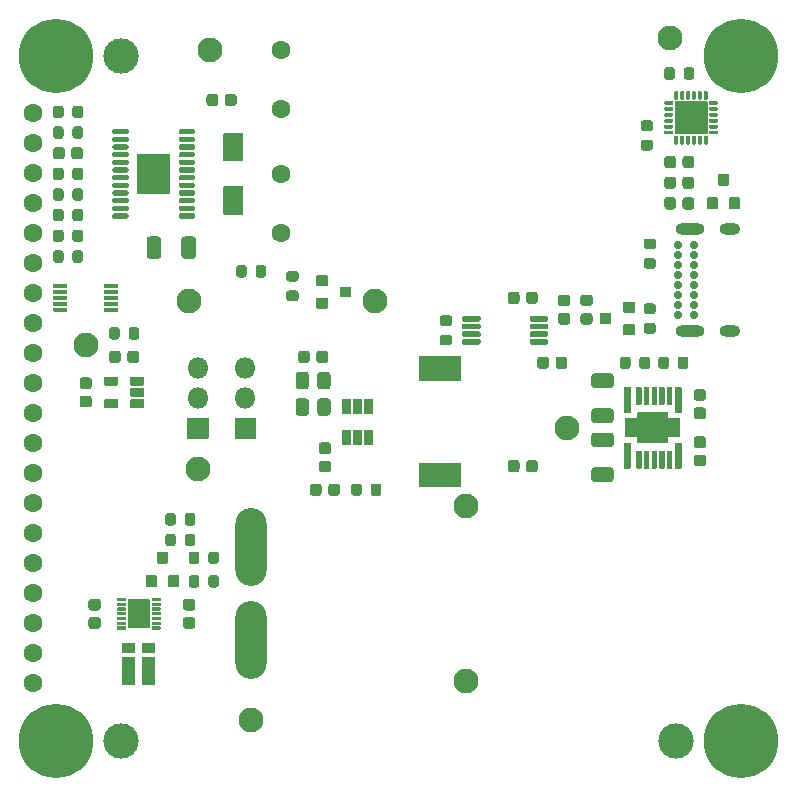
<source format=gbr>
G04 #@! TF.GenerationSoftware,KiCad,Pcbnew,(5.1.8)-1*
G04 #@! TF.CreationDate,2020-12-13T00:02:07-08:00*
G04 #@! TF.ProjectId,IRIS-power,49524953-2d70-46f7-9765-722e6b696361,rev?*
G04 #@! TF.SameCoordinates,Original*
G04 #@! TF.FileFunction,Soldermask,Top*
G04 #@! TF.FilePolarity,Negative*
%FSLAX46Y46*%
G04 Gerber Fmt 4.6, Leading zero omitted, Abs format (unit mm)*
G04 Created by KiCad (PCBNEW (5.1.8)-1) date 2020-12-13 00:02:07*
%MOMM*%
%LPD*%
G01*
G04 APERTURE LIST*
%ADD10C,1.601600*%
%ADD11C,0.901600*%
%ADD12C,6.301600*%
%ADD13O,1.763500X0.963500*%
%ADD14O,2.463500X0.963500*%
%ADD15C,0.738500*%
%ADD16C,2.101600*%
%ADD17O,2.641600X6.604000*%
%ADD18C,0.100000*%
%ADD19O,1.801600X1.801600*%
%ADD20C,3.000000*%
G04 APERTURE END LIST*
G36*
G01*
X9571900Y-19425000D02*
X9571900Y-17075000D01*
G75*
G02*
X9610000Y-17036900I38100J0D01*
G01*
X11390000Y-17036900D01*
G75*
G02*
X11428100Y-17075000I0J-38100D01*
G01*
X11428100Y-19425000D01*
G75*
G02*
X11390000Y-19463100I-38100J0D01*
G01*
X9610000Y-19463100D01*
G75*
G02*
X9571900Y-19425000I0J38100D01*
G01*
G37*
G36*
G01*
X11586900Y-17132860D02*
X11586900Y-16967140D01*
G75*
G02*
X11642140Y-16911900I55240J0D01*
G01*
X12307860Y-16911900D01*
G75*
G02*
X12363100Y-16967140I0J-55240D01*
G01*
X12363100Y-17132860D01*
G75*
G02*
X12307860Y-17188100I-55240J0D01*
G01*
X11642140Y-17188100D01*
G75*
G02*
X11586900Y-17132860I0J55240D01*
G01*
G37*
G36*
G01*
X11586900Y-17532860D02*
X11586900Y-17367140D01*
G75*
G02*
X11642140Y-17311900I55240J0D01*
G01*
X12307860Y-17311900D01*
G75*
G02*
X12363100Y-17367140I0J-55240D01*
G01*
X12363100Y-17532860D01*
G75*
G02*
X12307860Y-17588100I-55240J0D01*
G01*
X11642140Y-17588100D01*
G75*
G02*
X11586900Y-17532860I0J55240D01*
G01*
G37*
G36*
G01*
X11586900Y-17932860D02*
X11586900Y-17767140D01*
G75*
G02*
X11642140Y-17711900I55240J0D01*
G01*
X12307860Y-17711900D01*
G75*
G02*
X12363100Y-17767140I0J-55240D01*
G01*
X12363100Y-17932860D01*
G75*
G02*
X12307860Y-17988100I-55240J0D01*
G01*
X11642140Y-17988100D01*
G75*
G02*
X11586900Y-17932860I0J55240D01*
G01*
G37*
G36*
G01*
X11586900Y-18332860D02*
X11586900Y-18167140D01*
G75*
G02*
X11642140Y-18111900I55240J0D01*
G01*
X12307860Y-18111900D01*
G75*
G02*
X12363100Y-18167140I0J-55240D01*
G01*
X12363100Y-18332860D01*
G75*
G02*
X12307860Y-18388100I-55240J0D01*
G01*
X11642140Y-18388100D01*
G75*
G02*
X11586900Y-18332860I0J55240D01*
G01*
G37*
G36*
G01*
X11586900Y-18732860D02*
X11586900Y-18567140D01*
G75*
G02*
X11642140Y-18511900I55240J0D01*
G01*
X12307860Y-18511900D01*
G75*
G02*
X12363100Y-18567140I0J-55240D01*
G01*
X12363100Y-18732860D01*
G75*
G02*
X12307860Y-18788100I-55240J0D01*
G01*
X11642140Y-18788100D01*
G75*
G02*
X11586900Y-18732860I0J55240D01*
G01*
G37*
G36*
G01*
X11586900Y-19132860D02*
X11586900Y-18967140D01*
G75*
G02*
X11642140Y-18911900I55240J0D01*
G01*
X12307860Y-18911900D01*
G75*
G02*
X12363100Y-18967140I0J-55240D01*
G01*
X12363100Y-19132860D01*
G75*
G02*
X12307860Y-19188100I-55240J0D01*
G01*
X11642140Y-19188100D01*
G75*
G02*
X11586900Y-19132860I0J55240D01*
G01*
G37*
G36*
G01*
X11586900Y-19532860D02*
X11586900Y-19367140D01*
G75*
G02*
X11642140Y-19311900I55240J0D01*
G01*
X12307860Y-19311900D01*
G75*
G02*
X12363100Y-19367140I0J-55240D01*
G01*
X12363100Y-19532860D01*
G75*
G02*
X12307860Y-19588100I-55240J0D01*
G01*
X11642140Y-19588100D01*
G75*
G02*
X11586900Y-19532860I0J55240D01*
G01*
G37*
G36*
G01*
X8636900Y-19532860D02*
X8636900Y-19367140D01*
G75*
G02*
X8692140Y-19311900I55240J0D01*
G01*
X9357860Y-19311900D01*
G75*
G02*
X9413100Y-19367140I0J-55240D01*
G01*
X9413100Y-19532860D01*
G75*
G02*
X9357860Y-19588100I-55240J0D01*
G01*
X8692140Y-19588100D01*
G75*
G02*
X8636900Y-19532860I0J55240D01*
G01*
G37*
G36*
G01*
X8636900Y-19132860D02*
X8636900Y-18967140D01*
G75*
G02*
X8692140Y-18911900I55240J0D01*
G01*
X9357860Y-18911900D01*
G75*
G02*
X9413100Y-18967140I0J-55240D01*
G01*
X9413100Y-19132860D01*
G75*
G02*
X9357860Y-19188100I-55240J0D01*
G01*
X8692140Y-19188100D01*
G75*
G02*
X8636900Y-19132860I0J55240D01*
G01*
G37*
G36*
G01*
X8636900Y-18732860D02*
X8636900Y-18567140D01*
G75*
G02*
X8692140Y-18511900I55240J0D01*
G01*
X9357860Y-18511900D01*
G75*
G02*
X9413100Y-18567140I0J-55240D01*
G01*
X9413100Y-18732860D01*
G75*
G02*
X9357860Y-18788100I-55240J0D01*
G01*
X8692140Y-18788100D01*
G75*
G02*
X8636900Y-18732860I0J55240D01*
G01*
G37*
G36*
G01*
X8636900Y-18332860D02*
X8636900Y-18167140D01*
G75*
G02*
X8692140Y-18111900I55240J0D01*
G01*
X9357860Y-18111900D01*
G75*
G02*
X9413100Y-18167140I0J-55240D01*
G01*
X9413100Y-18332860D01*
G75*
G02*
X9357860Y-18388100I-55240J0D01*
G01*
X8692140Y-18388100D01*
G75*
G02*
X8636900Y-18332860I0J55240D01*
G01*
G37*
G36*
G01*
X8636900Y-17932860D02*
X8636900Y-17767140D01*
G75*
G02*
X8692140Y-17711900I55240J0D01*
G01*
X9357860Y-17711900D01*
G75*
G02*
X9413100Y-17767140I0J-55240D01*
G01*
X9413100Y-17932860D01*
G75*
G02*
X9357860Y-17988100I-55240J0D01*
G01*
X8692140Y-17988100D01*
G75*
G02*
X8636900Y-17932860I0J55240D01*
G01*
G37*
G36*
G01*
X8636900Y-17532860D02*
X8636900Y-17367140D01*
G75*
G02*
X8692140Y-17311900I55240J0D01*
G01*
X9357860Y-17311900D01*
G75*
G02*
X9413100Y-17367140I0J-55240D01*
G01*
X9413100Y-17532860D01*
G75*
G02*
X9357860Y-17588100I-55240J0D01*
G01*
X8692140Y-17588100D01*
G75*
G02*
X8636900Y-17532860I0J55240D01*
G01*
G37*
G36*
G01*
X8636900Y-17132860D02*
X8636900Y-16967140D01*
G75*
G02*
X8692140Y-16911900I55240J0D01*
G01*
X9357860Y-16911900D01*
G75*
G02*
X9413100Y-16967140I0J-55240D01*
G01*
X9413100Y-17132860D01*
G75*
G02*
X9357860Y-17188100I-55240J0D01*
G01*
X8692140Y-17188100D01*
G75*
G02*
X8636900Y-17132860I0J55240D01*
G01*
G37*
D10*
X1500000Y13970000D03*
X1500000Y6350000D03*
X1500000Y16510000D03*
X1500000Y3810000D03*
X1500000Y-1270000D03*
X1500000Y-6350000D03*
X1500000Y-11430000D03*
X1500000Y1270000D03*
X1500000Y21590000D03*
X1500000Y-19050000D03*
X1500000Y-24130000D03*
X1500000Y-16510000D03*
X1500000Y-13970000D03*
X1500000Y19050000D03*
X1500000Y11430000D03*
X1500000Y-21590000D03*
X1500000Y8890000D03*
X1500000Y-8890000D03*
X1500000Y-3810000D03*
X1500000Y24130000D03*
D11*
X5900000Y29000000D03*
D12*
X3500000Y29000000D03*
D11*
X3500000Y26600000D03*
X1802944Y30697056D03*
X1802944Y27302944D03*
X1100000Y29000000D03*
X3500000Y31400000D03*
X5197056Y27302944D03*
X5197056Y30697056D03*
X63900000Y29000000D03*
D12*
X61500000Y29000000D03*
D11*
X61500000Y26600000D03*
X59802944Y30697056D03*
X59802944Y27302944D03*
X59100000Y29000000D03*
X61500000Y31400000D03*
X63197056Y27302944D03*
X63197056Y30697056D03*
X63900000Y-29000000D03*
D12*
X61500000Y-29000000D03*
D11*
X61500000Y-31400000D03*
X59802944Y-27302944D03*
X59802944Y-30697056D03*
X59100000Y-29000000D03*
X61500000Y-26600000D03*
X63197056Y-30697056D03*
X63197056Y-27302944D03*
X5900000Y-29000000D03*
X1802944Y-30697056D03*
D12*
X3500000Y-29000000D03*
D11*
X3500000Y-26600000D03*
X5197056Y-27302944D03*
X1100000Y-29000000D03*
X1802944Y-27302944D03*
X5197056Y-30697056D03*
X3500000Y-31400000D03*
D13*
X60510000Y14325000D03*
X60510000Y5675000D03*
D14*
X57130000Y14325000D03*
X57130000Y5675000D03*
D15*
X57500000Y10425000D03*
X57500000Y12975000D03*
X57500000Y12125000D03*
X57500000Y11275000D03*
X57500000Y7025000D03*
X57500000Y8725000D03*
X57500000Y9575000D03*
X57500000Y7875000D03*
X56150000Y12975000D03*
X56150000Y12125000D03*
X56150000Y11275000D03*
X56150000Y10425000D03*
X56150000Y9575000D03*
X56150000Y8725000D03*
X56150000Y7875000D03*
X56150000Y7025000D03*
D16*
X38230000Y-9100000D03*
X38230000Y-23900000D03*
D17*
X20000000Y-12563000D03*
X20000000Y-20437000D03*
G36*
G01*
X59525800Y22573100D02*
X59525800Y22426900D01*
G75*
G02*
X59438100Y22339200I-87700J0D01*
G01*
X58840900Y22339200D01*
G75*
G02*
X58753200Y22426900I0J87700D01*
G01*
X58753200Y22573100D01*
G75*
G02*
X58840900Y22660800I87700J0D01*
G01*
X59438100Y22660800D01*
G75*
G02*
X59525800Y22573100I0J-87700D01*
G01*
G37*
G36*
G01*
X59525800Y23073100D02*
X59525800Y22926900D01*
G75*
G02*
X59438100Y22839200I-87700J0D01*
G01*
X58840900Y22839200D01*
G75*
G02*
X58753200Y22926900I0J87700D01*
G01*
X58753200Y23073100D01*
G75*
G02*
X58840900Y23160800I87700J0D01*
G01*
X59438100Y23160800D01*
G75*
G02*
X59525800Y23073100I0J-87700D01*
G01*
G37*
G36*
G01*
X59525800Y23573004D02*
X59525800Y23426996D01*
G75*
G02*
X59438004Y23339200I-87796J0D01*
G01*
X58840996Y23339200D01*
G75*
G02*
X58753200Y23426996I0J87796D01*
G01*
X58753200Y23573004D01*
G75*
G02*
X58840996Y23660800I87796J0D01*
G01*
X59438004Y23660800D01*
G75*
G02*
X59525800Y23573004I0J-87796D01*
G01*
G37*
G36*
G01*
X59525800Y24073100D02*
X59525800Y23926900D01*
G75*
G02*
X59438100Y23839200I-87700J0D01*
G01*
X58840900Y23839200D01*
G75*
G02*
X58753200Y23926900I0J87700D01*
G01*
X58753200Y24073100D01*
G75*
G02*
X58840900Y24160800I87700J0D01*
G01*
X59438100Y24160800D01*
G75*
G02*
X59525800Y24073100I0J-87700D01*
G01*
G37*
G36*
G01*
X59525800Y24573100D02*
X59525800Y24426900D01*
G75*
G02*
X59438100Y24339200I-87700J0D01*
G01*
X58840900Y24339200D01*
G75*
G02*
X58753200Y24426900I0J87700D01*
G01*
X58753200Y24573100D01*
G75*
G02*
X58840900Y24660800I87700J0D01*
G01*
X59438100Y24660800D01*
G75*
G02*
X59525800Y24573100I0J-87700D01*
G01*
G37*
G36*
G01*
X59525800Y25073100D02*
X59525800Y24926900D01*
G75*
G02*
X59438100Y24839200I-87700J0D01*
G01*
X58840900Y24839200D01*
G75*
G02*
X58753200Y24926900I0J87700D01*
G01*
X58753200Y25073100D01*
G75*
G02*
X58840900Y25160800I87700J0D01*
G01*
X59438100Y25160800D01*
G75*
G02*
X59525800Y25073100I0J-87700D01*
G01*
G37*
G36*
G01*
X58573004Y25253200D02*
X58426996Y25253200D01*
G75*
G02*
X58339200Y25340996I0J87796D01*
G01*
X58339200Y25938004D01*
G75*
G02*
X58426996Y26025800I87796J0D01*
G01*
X58573004Y26025800D01*
G75*
G02*
X58660800Y25938004I0J-87796D01*
G01*
X58660800Y25340996D01*
G75*
G02*
X58573004Y25253200I-87796J0D01*
G01*
G37*
G36*
G01*
X58073004Y25253200D02*
X57926996Y25253200D01*
G75*
G02*
X57839200Y25340996I0J87796D01*
G01*
X57839200Y25938004D01*
G75*
G02*
X57926996Y26025800I87796J0D01*
G01*
X58073004Y26025800D01*
G75*
G02*
X58160800Y25938004I0J-87796D01*
G01*
X58160800Y25340996D01*
G75*
G02*
X58073004Y25253200I-87796J0D01*
G01*
G37*
G36*
G01*
X57573100Y25253200D02*
X57426900Y25253200D01*
G75*
G02*
X57339200Y25340900I0J87700D01*
G01*
X57339200Y25938100D01*
G75*
G02*
X57426900Y26025800I87700J0D01*
G01*
X57573100Y26025800D01*
G75*
G02*
X57660800Y25938100I0J-87700D01*
G01*
X57660800Y25340900D01*
G75*
G02*
X57573100Y25253200I-87700J0D01*
G01*
G37*
G36*
G01*
X57073004Y25253200D02*
X56926996Y25253200D01*
G75*
G02*
X56839200Y25340996I0J87796D01*
G01*
X56839200Y25938004D01*
G75*
G02*
X56926996Y26025800I87796J0D01*
G01*
X57073004Y26025800D01*
G75*
G02*
X57160800Y25938004I0J-87796D01*
G01*
X57160800Y25340996D01*
G75*
G02*
X57073004Y25253200I-87796J0D01*
G01*
G37*
G36*
G01*
X56573100Y25253200D02*
X56426900Y25253200D01*
G75*
G02*
X56339200Y25340900I0J87700D01*
G01*
X56339200Y25938100D01*
G75*
G02*
X56426900Y26025800I87700J0D01*
G01*
X56573100Y26025800D01*
G75*
G02*
X56660800Y25938100I0J-87700D01*
G01*
X56660800Y25340900D01*
G75*
G02*
X56573100Y25253200I-87700J0D01*
G01*
G37*
G36*
G01*
X56073004Y25253200D02*
X55926996Y25253200D01*
G75*
G02*
X55839200Y25340996I0J87796D01*
G01*
X55839200Y25938004D01*
G75*
G02*
X55926996Y26025800I87796J0D01*
G01*
X56073004Y26025800D01*
G75*
G02*
X56160800Y25938004I0J-87796D01*
G01*
X56160800Y25340996D01*
G75*
G02*
X56073004Y25253200I-87796J0D01*
G01*
G37*
G36*
G01*
X55746800Y25073004D02*
X55746800Y24926996D01*
G75*
G02*
X55659004Y24839200I-87796J0D01*
G01*
X55061996Y24839200D01*
G75*
G02*
X54974200Y24926996I0J87796D01*
G01*
X54974200Y25073004D01*
G75*
G02*
X55061996Y25160800I87796J0D01*
G01*
X55659004Y25160800D01*
G75*
G02*
X55746800Y25073004I0J-87796D01*
G01*
G37*
G36*
G01*
X55746800Y24573100D02*
X55746800Y24426900D01*
G75*
G02*
X55659100Y24339200I-87700J0D01*
G01*
X55061900Y24339200D01*
G75*
G02*
X54974200Y24426900I0J87700D01*
G01*
X54974200Y24573100D01*
G75*
G02*
X55061900Y24660800I87700J0D01*
G01*
X55659100Y24660800D01*
G75*
G02*
X55746800Y24573100I0J-87700D01*
G01*
G37*
G36*
G01*
X55746800Y24073100D02*
X55746800Y23926900D01*
G75*
G02*
X55659100Y23839200I-87700J0D01*
G01*
X55061900Y23839200D01*
G75*
G02*
X54974200Y23926900I0J87700D01*
G01*
X54974200Y24073100D01*
G75*
G02*
X55061900Y24160800I87700J0D01*
G01*
X55659100Y24160800D01*
G75*
G02*
X55746800Y24073100I0J-87700D01*
G01*
G37*
G36*
G01*
X55746800Y23573100D02*
X55746800Y23426900D01*
G75*
G02*
X55659100Y23339200I-87700J0D01*
G01*
X55061900Y23339200D01*
G75*
G02*
X54974200Y23426900I0J87700D01*
G01*
X54974200Y23573100D01*
G75*
G02*
X55061900Y23660800I87700J0D01*
G01*
X55659100Y23660800D01*
G75*
G02*
X55746800Y23573100I0J-87700D01*
G01*
G37*
G36*
G01*
X55746800Y23073100D02*
X55746800Y22926900D01*
G75*
G02*
X55659100Y22839200I-87700J0D01*
G01*
X55061900Y22839200D01*
G75*
G02*
X54974200Y22926900I0J87700D01*
G01*
X54974200Y23073100D01*
G75*
G02*
X55061900Y23160800I87700J0D01*
G01*
X55659100Y23160800D01*
G75*
G02*
X55746800Y23073100I0J-87700D01*
G01*
G37*
G36*
G01*
X55746800Y22573100D02*
X55746800Y22426900D01*
G75*
G02*
X55659100Y22339200I-87700J0D01*
G01*
X55061900Y22339200D01*
G75*
G02*
X54974200Y22426900I0J87700D01*
G01*
X54974200Y22573100D01*
G75*
G02*
X55061900Y22660800I87700J0D01*
G01*
X55659100Y22660800D01*
G75*
G02*
X55746800Y22573100I0J-87700D01*
G01*
G37*
G36*
G01*
X56073100Y21474200D02*
X55926900Y21474200D01*
G75*
G02*
X55839200Y21561900I0J87700D01*
G01*
X55839200Y22159100D01*
G75*
G02*
X55926900Y22246800I87700J0D01*
G01*
X56073100Y22246800D01*
G75*
G02*
X56160800Y22159100I0J-87700D01*
G01*
X56160800Y21561900D01*
G75*
G02*
X56073100Y21474200I-87700J0D01*
G01*
G37*
G36*
G01*
X56573100Y21474200D02*
X56426900Y21474200D01*
G75*
G02*
X56339200Y21561900I0J87700D01*
G01*
X56339200Y22159100D01*
G75*
G02*
X56426900Y22246800I87700J0D01*
G01*
X56573100Y22246800D01*
G75*
G02*
X56660800Y22159100I0J-87700D01*
G01*
X56660800Y21561900D01*
G75*
G02*
X56573100Y21474200I-87700J0D01*
G01*
G37*
G36*
G01*
X57073100Y21474200D02*
X56926900Y21474200D01*
G75*
G02*
X56839200Y21561900I0J87700D01*
G01*
X56839200Y22159100D01*
G75*
G02*
X56926900Y22246800I87700J0D01*
G01*
X57073100Y22246800D01*
G75*
G02*
X57160800Y22159100I0J-87700D01*
G01*
X57160800Y21561900D01*
G75*
G02*
X57073100Y21474200I-87700J0D01*
G01*
G37*
G36*
G01*
X57573100Y21474200D02*
X57426900Y21474200D01*
G75*
G02*
X57339200Y21561900I0J87700D01*
G01*
X57339200Y22159100D01*
G75*
G02*
X57426900Y22246800I87700J0D01*
G01*
X57573100Y22246800D01*
G75*
G02*
X57660800Y22159100I0J-87700D01*
G01*
X57660800Y21561900D01*
G75*
G02*
X57573100Y21474200I-87700J0D01*
G01*
G37*
G36*
G01*
X58073100Y21474200D02*
X57926900Y21474200D01*
G75*
G02*
X57839200Y21561900I0J87700D01*
G01*
X57839200Y22159100D01*
G75*
G02*
X57926900Y22246800I87700J0D01*
G01*
X58073100Y22246800D01*
G75*
G02*
X58160800Y22159100I0J-87700D01*
G01*
X58160800Y21561900D01*
G75*
G02*
X58073100Y21474200I-87700J0D01*
G01*
G37*
G36*
G01*
X58573100Y21474200D02*
X58426900Y21474200D01*
G75*
G02*
X58339200Y21561900I0J87700D01*
G01*
X58339200Y22159100D01*
G75*
G02*
X58426900Y22246800I87700J0D01*
G01*
X58573100Y22246800D01*
G75*
G02*
X58660800Y22159100I0J-87700D01*
G01*
X58660800Y21561900D01*
G75*
G02*
X58573100Y21474200I-87700J0D01*
G01*
G37*
G36*
G01*
X58600000Y22349200D02*
X55900000Y22349200D01*
G75*
G02*
X55849200Y22400000I0J50800D01*
G01*
X55849200Y25100000D01*
G75*
G02*
X55900000Y25150800I50800J0D01*
G01*
X58600000Y25150800D01*
G75*
G02*
X58650800Y25100000I0J-50800D01*
G01*
X58650800Y22400000D01*
G75*
G02*
X58600000Y22349200I-50800J0D01*
G01*
G37*
D18*
G36*
X51650176Y-1740089D02*
G01*
X51653067Y-1730560D01*
X51657761Y-1721777D01*
X51664079Y-1714079D01*
X51671777Y-1707761D01*
X51680560Y-1703067D01*
X51690089Y-1700176D01*
X51700000Y-1699200D01*
X52699200Y-1699200D01*
X52699200Y-1250000D01*
X52700176Y-1240089D01*
X52703067Y-1230560D01*
X52707761Y-1221777D01*
X52714079Y-1214079D01*
X52721777Y-1207761D01*
X52730560Y-1203067D01*
X52740089Y-1200176D01*
X52750000Y-1199200D01*
X55250000Y-1199200D01*
X55259911Y-1200176D01*
X55269440Y-1203067D01*
X55278223Y-1207761D01*
X55285921Y-1214079D01*
X55292239Y-1221777D01*
X55296933Y-1230560D01*
X55299824Y-1240089D01*
X55300800Y-1250000D01*
X55300800Y-1699200D01*
X56300000Y-1699200D01*
X56309911Y-1700176D01*
X56319440Y-1703067D01*
X56328223Y-1707761D01*
X56335921Y-1714079D01*
X56342239Y-1721777D01*
X56346933Y-1730560D01*
X56349824Y-1740089D01*
X56350800Y-1750000D01*
X56350800Y-3250000D01*
X56349824Y-3259911D01*
X56346933Y-3269440D01*
X56342239Y-3278223D01*
X56335921Y-3285921D01*
X56328223Y-3292239D01*
X56319440Y-3296933D01*
X56309911Y-3299824D01*
X56300000Y-3300800D01*
X55300800Y-3300800D01*
X55300800Y-3750000D01*
X55299824Y-3759911D01*
X55296933Y-3769440D01*
X55292239Y-3778223D01*
X55285921Y-3785921D01*
X55278223Y-3792239D01*
X55269440Y-3796933D01*
X55259911Y-3799824D01*
X55250000Y-3800800D01*
X52750000Y-3800800D01*
X52740089Y-3799824D01*
X52730560Y-3796933D01*
X52721777Y-3792239D01*
X52714079Y-3785921D01*
X52707761Y-3778223D01*
X52703067Y-3769440D01*
X52700176Y-3759911D01*
X52699200Y-3750000D01*
X52699200Y-3300800D01*
X51700000Y-3300800D01*
X51690089Y-3299824D01*
X51680560Y-3296933D01*
X51671777Y-3292239D01*
X51664079Y-3285921D01*
X51657761Y-3278223D01*
X51653067Y-3269440D01*
X51650176Y-3259911D01*
X51649200Y-3250000D01*
X51649200Y-1750000D01*
X51650176Y-1740089D01*
G37*
G36*
G01*
X55610640Y-550800D02*
X55249360Y-550800D01*
G75*
G02*
X55204200Y-505640I0J45160D01*
G01*
X55204200Y905640D01*
G75*
G02*
X55249360Y950800I45160J0D01*
G01*
X55610640Y950800D01*
G75*
G02*
X55655800Y905640I0J-45160D01*
G01*
X55655800Y-505640D01*
G75*
G02*
X55610640Y-550800I-45160J0D01*
G01*
G37*
G36*
G01*
X54960640Y-550800D02*
X54599360Y-550800D01*
G75*
G02*
X54554200Y-505640I0J45160D01*
G01*
X54554200Y905640D01*
G75*
G02*
X54599360Y950800I45160J0D01*
G01*
X54960640Y950800D01*
G75*
G02*
X55005800Y905640I0J-45160D01*
G01*
X55005800Y-505640D01*
G75*
G02*
X54960640Y-550800I-45160J0D01*
G01*
G37*
G36*
G01*
X54310640Y-550800D02*
X53949360Y-550800D01*
G75*
G02*
X53904200Y-505640I0J45160D01*
G01*
X53904200Y905640D01*
G75*
G02*
X53949360Y950800I45160J0D01*
G01*
X54310640Y950800D01*
G75*
G02*
X54355800Y905640I0J-45160D01*
G01*
X54355800Y-505640D01*
G75*
G02*
X54310640Y-550800I-45160J0D01*
G01*
G37*
G36*
G01*
X53660640Y-550800D02*
X53299360Y-550800D01*
G75*
G02*
X53254200Y-505640I0J45160D01*
G01*
X53254200Y905640D01*
G75*
G02*
X53299360Y950800I45160J0D01*
G01*
X53660640Y950800D01*
G75*
G02*
X53705800Y905640I0J-45160D01*
G01*
X53705800Y-505640D01*
G75*
G02*
X53660640Y-550800I-45160J0D01*
G01*
G37*
G36*
G01*
X53010640Y-550800D02*
X52649360Y-550800D01*
G75*
G02*
X52604200Y-505640I0J45160D01*
G01*
X52604200Y905640D01*
G75*
G02*
X52649360Y950800I45160J0D01*
G01*
X53010640Y950800D01*
G75*
G02*
X53055800Y905640I0J-45160D01*
G01*
X53055800Y-505640D01*
G75*
G02*
X53010640Y-550800I-45160J0D01*
G01*
G37*
G36*
G01*
X53010640Y-5950800D02*
X52649360Y-5950800D01*
G75*
G02*
X52604200Y-5905640I0J45160D01*
G01*
X52604200Y-4494360D01*
G75*
G02*
X52649360Y-4449200I45160J0D01*
G01*
X53010640Y-4449200D01*
G75*
G02*
X53055800Y-4494360I0J-45160D01*
G01*
X53055800Y-5905640D01*
G75*
G02*
X53010640Y-5950800I-45160J0D01*
G01*
G37*
G36*
G01*
X53660640Y-5950800D02*
X53299360Y-5950800D01*
G75*
G02*
X53254200Y-5905640I0J45160D01*
G01*
X53254200Y-4494360D01*
G75*
G02*
X53299360Y-4449200I45160J0D01*
G01*
X53660640Y-4449200D01*
G75*
G02*
X53705800Y-4494360I0J-45160D01*
G01*
X53705800Y-5905640D01*
G75*
G02*
X53660640Y-5950800I-45160J0D01*
G01*
G37*
G36*
G01*
X54310640Y-5950800D02*
X53949360Y-5950800D01*
G75*
G02*
X53904200Y-5905640I0J45160D01*
G01*
X53904200Y-4494360D01*
G75*
G02*
X53949360Y-4449200I45160J0D01*
G01*
X54310640Y-4449200D01*
G75*
G02*
X54355800Y-4494360I0J-45160D01*
G01*
X54355800Y-5905640D01*
G75*
G02*
X54310640Y-5950800I-45160J0D01*
G01*
G37*
G36*
G01*
X54960640Y-5950800D02*
X54599360Y-5950800D01*
G75*
G02*
X54554200Y-5905640I0J45160D01*
G01*
X54554200Y-4494360D01*
G75*
G02*
X54599360Y-4449200I45160J0D01*
G01*
X54960640Y-4449200D01*
G75*
G02*
X55005800Y-4494360I0J-45160D01*
G01*
X55005800Y-5905640D01*
G75*
G02*
X54960640Y-5950800I-45160J0D01*
G01*
G37*
G36*
G01*
X55610640Y-5950800D02*
X55249360Y-5950800D01*
G75*
G02*
X55204200Y-5905640I0J45160D01*
G01*
X55204200Y-4494360D01*
G75*
G02*
X55249360Y-4449200I45160J0D01*
G01*
X55610640Y-4449200D01*
G75*
G02*
X55655800Y-4494360I0J-45160D01*
G01*
X55655800Y-5905640D01*
G75*
G02*
X55610640Y-5950800I-45160J0D01*
G01*
G37*
G36*
G01*
X52095640Y-1250800D02*
X51614360Y-1250800D01*
G75*
G02*
X51554200Y-1190640I0J60160D01*
G01*
X51554200Y890640D01*
G75*
G02*
X51614360Y950800I60160J0D01*
G01*
X52095640Y950800D01*
G75*
G02*
X52155800Y890640I0J-60160D01*
G01*
X52155800Y-1190640D01*
G75*
G02*
X52095640Y-1250800I-60160J0D01*
G01*
G37*
G36*
G01*
X56395640Y-1250800D02*
X55914360Y-1250800D01*
G75*
G02*
X55854200Y-1190640I0J60160D01*
G01*
X55854200Y890640D01*
G75*
G02*
X55914360Y950800I60160J0D01*
G01*
X56395640Y950800D01*
G75*
G02*
X56455800Y890640I0J-60160D01*
G01*
X56455800Y-1190640D01*
G75*
G02*
X56395640Y-1250800I-60160J0D01*
G01*
G37*
G36*
G01*
X52095640Y-5950800D02*
X51614360Y-5950800D01*
G75*
G02*
X51554200Y-5890640I0J60160D01*
G01*
X51554200Y-3809360D01*
G75*
G02*
X51614360Y-3749200I60160J0D01*
G01*
X52095640Y-3749200D01*
G75*
G02*
X52155800Y-3809360I0J-60160D01*
G01*
X52155800Y-5890640D01*
G75*
G02*
X52095640Y-5950800I-60160J0D01*
G01*
G37*
G36*
G01*
X56395640Y-5950800D02*
X55914360Y-5950800D01*
G75*
G02*
X55854200Y-5890640I0J60160D01*
G01*
X55854200Y-3809360D01*
G75*
G02*
X55914360Y-3749200I60160J0D01*
G01*
X56395640Y-3749200D01*
G75*
G02*
X56455800Y-3809360I0J-60160D01*
G01*
X56455800Y-5890640D01*
G75*
G02*
X56395640Y-5950800I-60160J0D01*
G01*
G37*
G36*
G01*
X10200800Y-20750000D02*
X10200800Y-21550000D01*
G75*
G02*
X10150000Y-21600800I-50800J0D01*
G01*
X9150000Y-21600800D01*
G75*
G02*
X9099200Y-21550000I0J50800D01*
G01*
X9099200Y-20750000D01*
G75*
G02*
X9150000Y-20699200I50800J0D01*
G01*
X10150000Y-20699200D01*
G75*
G02*
X10200800Y-20750000I0J-50800D01*
G01*
G37*
G36*
G01*
X11900800Y-20750000D02*
X11900800Y-21550000D01*
G75*
G02*
X11850000Y-21600800I-50800J0D01*
G01*
X10850000Y-21600800D01*
G75*
G02*
X10799200Y-21550000I0J50800D01*
G01*
X10799200Y-20750000D01*
G75*
G02*
X10850000Y-20699200I50800J0D01*
G01*
X11850000Y-20699200D01*
G75*
G02*
X11900800Y-20750000I0J-50800D01*
G01*
G37*
G36*
G01*
X10200800Y-21950000D02*
X10200800Y-24250000D01*
G75*
G02*
X10150000Y-24300800I-50800J0D01*
G01*
X9150000Y-24300800D01*
G75*
G02*
X9099200Y-24250000I0J50800D01*
G01*
X9099200Y-21950000D01*
G75*
G02*
X9150000Y-21899200I50800J0D01*
G01*
X10150000Y-21899200D01*
G75*
G02*
X10200800Y-21950000I0J-50800D01*
G01*
G37*
G36*
G01*
X11900800Y-21950000D02*
X11900800Y-24250000D01*
G75*
G02*
X11850000Y-24300800I-50800J0D01*
G01*
X10850000Y-24300800D01*
G75*
G02*
X10799200Y-24250000I0J50800D01*
G01*
X10799200Y-21950000D01*
G75*
G02*
X10850000Y-21899200I50800J0D01*
G01*
X11850000Y-21899200D01*
G75*
G02*
X11900800Y-21950000I0J-50800D01*
G01*
G37*
G36*
G01*
X13625800Y-9949600D02*
X13625800Y-10550400D01*
G75*
G02*
X13400400Y-10775800I-225400J0D01*
G01*
X12949600Y-10775800D01*
G75*
G02*
X12724200Y-10550400I0J225400D01*
G01*
X12724200Y-9949600D01*
G75*
G02*
X12949600Y-9724200I225400J0D01*
G01*
X13400400Y-9724200D01*
G75*
G02*
X13625800Y-9949600I0J-225400D01*
G01*
G37*
G36*
G01*
X15275800Y-9949600D02*
X15275800Y-10550400D01*
G75*
G02*
X15050400Y-10775800I-225400J0D01*
G01*
X14599600Y-10775800D01*
G75*
G02*
X14374200Y-10550400I0J225400D01*
G01*
X14374200Y-9949600D01*
G75*
G02*
X14599600Y-9724200I225400J0D01*
G01*
X15050400Y-9724200D01*
G75*
G02*
X15275800Y-9949600I0J-225400D01*
G01*
G37*
G36*
G01*
X13625800Y-11699600D02*
X13625800Y-12300400D01*
G75*
G02*
X13400400Y-12525800I-225400J0D01*
G01*
X12949600Y-12525800D01*
G75*
G02*
X12724200Y-12300400I0J225400D01*
G01*
X12724200Y-11699600D01*
G75*
G02*
X12949600Y-11474200I225400J0D01*
G01*
X13400400Y-11474200D01*
G75*
G02*
X13625800Y-11699600I0J-225400D01*
G01*
G37*
G36*
G01*
X15275800Y-11699600D02*
X15275800Y-12300400D01*
G75*
G02*
X15050400Y-12525800I-225400J0D01*
G01*
X14599600Y-12525800D01*
G75*
G02*
X14374200Y-12300400I0J225400D01*
G01*
X14374200Y-11699600D01*
G75*
G02*
X14599600Y-11474200I225400J0D01*
G01*
X15050400Y-11474200D01*
G75*
G02*
X15275800Y-11699600I0J-225400D01*
G01*
G37*
G36*
G01*
X16374200Y-15800400D02*
X16374200Y-15199600D01*
G75*
G02*
X16599600Y-14974200I225400J0D01*
G01*
X17050400Y-14974200D01*
G75*
G02*
X17275800Y-15199600I0J-225400D01*
G01*
X17275800Y-15800400D01*
G75*
G02*
X17050400Y-16025800I-225400J0D01*
G01*
X16599600Y-16025800D01*
G75*
G02*
X16374200Y-15800400I0J225400D01*
G01*
G37*
G36*
G01*
X14724200Y-15800400D02*
X14724200Y-15199600D01*
G75*
G02*
X14949600Y-14974200I225400J0D01*
G01*
X15400400Y-14974200D01*
G75*
G02*
X15625800Y-15199600I0J-225400D01*
G01*
X15625800Y-15800400D01*
G75*
G02*
X15400400Y-16025800I-225400J0D01*
G01*
X14949600Y-16025800D01*
G75*
G02*
X14724200Y-15800400I0J225400D01*
G01*
G37*
G36*
G01*
X16374200Y-13800400D02*
X16374200Y-13199600D01*
G75*
G02*
X16599600Y-12974200I225400J0D01*
G01*
X17050400Y-12974200D01*
G75*
G02*
X17275800Y-13199600I0J-225400D01*
G01*
X17275800Y-13800400D01*
G75*
G02*
X17050400Y-14025800I-225400J0D01*
G01*
X16599600Y-14025800D01*
G75*
G02*
X16374200Y-13800400I0J225400D01*
G01*
G37*
G36*
G01*
X14724200Y-13800400D02*
X14724200Y-13199600D01*
G75*
G02*
X14949600Y-12974200I225400J0D01*
G01*
X15400400Y-12974200D01*
G75*
G02*
X15625800Y-13199600I0J-225400D01*
G01*
X15625800Y-13800400D01*
G75*
G02*
X15400400Y-14025800I-225400J0D01*
G01*
X14949600Y-14025800D01*
G75*
G02*
X14724200Y-13800400I0J225400D01*
G01*
G37*
G36*
G01*
X52874200Y2699600D02*
X52874200Y3300400D01*
G75*
G02*
X53099600Y3525800I225400J0D01*
G01*
X53550400Y3525800D01*
G75*
G02*
X53775800Y3300400I0J-225400D01*
G01*
X53775800Y2699600D01*
G75*
G02*
X53550400Y2474200I-225400J0D01*
G01*
X53099600Y2474200D01*
G75*
G02*
X52874200Y2699600I0J225400D01*
G01*
G37*
G36*
G01*
X51224200Y2699600D02*
X51224200Y3300400D01*
G75*
G02*
X51449600Y3525800I225400J0D01*
G01*
X51900400Y3525800D01*
G75*
G02*
X52125800Y3300400I0J-225400D01*
G01*
X52125800Y2699600D01*
G75*
G02*
X51900400Y2474200I-225400J0D01*
G01*
X51449600Y2474200D01*
G75*
G02*
X51224200Y2699600I0J225400D01*
G01*
G37*
G36*
G01*
X56124200Y2699600D02*
X56124200Y3300400D01*
G75*
G02*
X56349600Y3525800I225400J0D01*
G01*
X56800400Y3525800D01*
G75*
G02*
X57025800Y3300400I0J-225400D01*
G01*
X57025800Y2699600D01*
G75*
G02*
X56800400Y2474200I-225400J0D01*
G01*
X56349600Y2474200D01*
G75*
G02*
X56124200Y2699600I0J225400D01*
G01*
G37*
G36*
G01*
X54474200Y2699600D02*
X54474200Y3300400D01*
G75*
G02*
X54699600Y3525800I225400J0D01*
G01*
X55150400Y3525800D01*
G75*
G02*
X55375800Y3300400I0J-225400D01*
G01*
X55375800Y2699600D01*
G75*
G02*
X55150400Y2474200I-225400J0D01*
G01*
X54699600Y2474200D01*
G75*
G02*
X54474200Y2699600I0J225400D01*
G01*
G37*
G36*
G01*
X4874200Y16949600D02*
X4874200Y17550400D01*
G75*
G02*
X5099600Y17775800I225400J0D01*
G01*
X5550400Y17775800D01*
G75*
G02*
X5775800Y17550400I0J-225400D01*
G01*
X5775800Y16949600D01*
G75*
G02*
X5550400Y16724200I-225400J0D01*
G01*
X5099600Y16724200D01*
G75*
G02*
X4874200Y16949600I0J225400D01*
G01*
G37*
G36*
G01*
X3224200Y16949600D02*
X3224200Y17550400D01*
G75*
G02*
X3449600Y17775800I225400J0D01*
G01*
X3900400Y17775800D01*
G75*
G02*
X4125800Y17550400I0J-225400D01*
G01*
X4125800Y16949600D01*
G75*
G02*
X3900400Y16724200I-225400J0D01*
G01*
X3449600Y16724200D01*
G75*
G02*
X3224200Y16949600I0J225400D01*
G01*
G37*
G36*
G01*
X4125800Y19300400D02*
X4125800Y18699600D01*
G75*
G02*
X3900400Y18474200I-225400J0D01*
G01*
X3449600Y18474200D01*
G75*
G02*
X3224200Y18699600I0J225400D01*
G01*
X3224200Y19300400D01*
G75*
G02*
X3449600Y19525800I225400J0D01*
G01*
X3900400Y19525800D01*
G75*
G02*
X4125800Y19300400I0J-225400D01*
G01*
G37*
G36*
G01*
X5775800Y19300400D02*
X5775800Y18699600D01*
G75*
G02*
X5550400Y18474200I-225400J0D01*
G01*
X5099600Y18474200D01*
G75*
G02*
X4874200Y18699600I0J225400D01*
G01*
X4874200Y19300400D01*
G75*
G02*
X5099600Y19525800I225400J0D01*
G01*
X5550400Y19525800D01*
G75*
G02*
X5775800Y19300400I0J-225400D01*
G01*
G37*
G36*
G01*
X23800400Y9874200D02*
X23199600Y9874200D01*
G75*
G02*
X22974200Y10099600I0J225400D01*
G01*
X22974200Y10550400D01*
G75*
G02*
X23199600Y10775800I225400J0D01*
G01*
X23800400Y10775800D01*
G75*
G02*
X24025800Y10550400I0J-225400D01*
G01*
X24025800Y10099600D01*
G75*
G02*
X23800400Y9874200I-225400J0D01*
G01*
G37*
G36*
G01*
X23800400Y8224200D02*
X23199600Y8224200D01*
G75*
G02*
X22974200Y8449600I0J225400D01*
G01*
X22974200Y8900400D01*
G75*
G02*
X23199600Y9125800I225400J0D01*
G01*
X23800400Y9125800D01*
G75*
G02*
X24025800Y8900400I0J-225400D01*
G01*
X24025800Y8449600D01*
G75*
G02*
X23800400Y8224200I-225400J0D01*
G01*
G37*
G36*
G01*
X4874200Y23949600D02*
X4874200Y24550400D01*
G75*
G02*
X5099600Y24775800I225400J0D01*
G01*
X5550400Y24775800D01*
G75*
G02*
X5775800Y24550400I0J-225400D01*
G01*
X5775800Y23949600D01*
G75*
G02*
X5550400Y23724200I-225400J0D01*
G01*
X5099600Y23724200D01*
G75*
G02*
X4874200Y23949600I0J225400D01*
G01*
G37*
G36*
G01*
X3224200Y23949600D02*
X3224200Y24550400D01*
G75*
G02*
X3449600Y24775800I225400J0D01*
G01*
X3900400Y24775800D01*
G75*
G02*
X4125800Y24550400I0J-225400D01*
G01*
X4125800Y23949600D01*
G75*
G02*
X3900400Y23724200I-225400J0D01*
G01*
X3449600Y23724200D01*
G75*
G02*
X3224200Y23949600I0J225400D01*
G01*
G37*
G36*
G01*
X4874200Y22199600D02*
X4874200Y22800400D01*
G75*
G02*
X5099600Y23025800I225400J0D01*
G01*
X5550400Y23025800D01*
G75*
G02*
X5775800Y22800400I0J-225400D01*
G01*
X5775800Y22199600D01*
G75*
G02*
X5550400Y21974200I-225400J0D01*
G01*
X5099600Y21974200D01*
G75*
G02*
X4874200Y22199600I0J225400D01*
G01*
G37*
G36*
G01*
X3224200Y22199600D02*
X3224200Y22800400D01*
G75*
G02*
X3449600Y23025800I225400J0D01*
G01*
X3900400Y23025800D01*
G75*
G02*
X4125800Y22800400I0J-225400D01*
G01*
X4125800Y22199600D01*
G75*
G02*
X3900400Y21974200I-225400J0D01*
G01*
X3449600Y21974200D01*
G75*
G02*
X3224200Y22199600I0J225400D01*
G01*
G37*
G36*
G01*
X4874200Y13449600D02*
X4874200Y14050400D01*
G75*
G02*
X5099600Y14275800I225400J0D01*
G01*
X5550400Y14275800D01*
G75*
G02*
X5775800Y14050400I0J-225400D01*
G01*
X5775800Y13449600D01*
G75*
G02*
X5550400Y13224200I-225400J0D01*
G01*
X5099600Y13224200D01*
G75*
G02*
X4874200Y13449600I0J225400D01*
G01*
G37*
G36*
G01*
X3224200Y13449600D02*
X3224200Y14050400D01*
G75*
G02*
X3449600Y14275800I225400J0D01*
G01*
X3900400Y14275800D01*
G75*
G02*
X4125800Y14050400I0J-225400D01*
G01*
X4125800Y13449600D01*
G75*
G02*
X3900400Y13224200I-225400J0D01*
G01*
X3449600Y13224200D01*
G75*
G02*
X3224200Y13449600I0J225400D01*
G01*
G37*
G36*
G01*
X4125800Y12300400D02*
X4125800Y11699600D01*
G75*
G02*
X3900400Y11474200I-225400J0D01*
G01*
X3449600Y11474200D01*
G75*
G02*
X3224200Y11699600I0J225400D01*
G01*
X3224200Y12300400D01*
G75*
G02*
X3449600Y12525800I225400J0D01*
G01*
X3900400Y12525800D01*
G75*
G02*
X4125800Y12300400I0J-225400D01*
G01*
G37*
G36*
G01*
X5775800Y12300400D02*
X5775800Y11699600D01*
G75*
G02*
X5550400Y11474200I-225400J0D01*
G01*
X5099600Y11474200D01*
G75*
G02*
X4874200Y11699600I0J225400D01*
G01*
X4874200Y12300400D01*
G75*
G02*
X5099600Y12525800I225400J0D01*
G01*
X5550400Y12525800D01*
G75*
G02*
X5775800Y12300400I0J-225400D01*
G01*
G37*
G36*
G01*
X4125800Y15800400D02*
X4125800Y15199600D01*
G75*
G02*
X3900400Y14974200I-225400J0D01*
G01*
X3449600Y14974200D01*
G75*
G02*
X3224200Y15199600I0J225400D01*
G01*
X3224200Y15800400D01*
G75*
G02*
X3449600Y16025800I225400J0D01*
G01*
X3900400Y16025800D01*
G75*
G02*
X4125800Y15800400I0J-225400D01*
G01*
G37*
G36*
G01*
X5775800Y15800400D02*
X5775800Y15199600D01*
G75*
G02*
X5550400Y14974200I-225400J0D01*
G01*
X5099600Y14974200D01*
G75*
G02*
X4874200Y15199600I0J225400D01*
G01*
X4874200Y15800400D01*
G75*
G02*
X5099600Y16025800I225400J0D01*
G01*
X5550400Y16025800D01*
G75*
G02*
X5775800Y15800400I0J-225400D01*
G01*
G37*
G36*
G01*
X9624200Y5199600D02*
X9624200Y5800400D01*
G75*
G02*
X9849600Y6025800I225400J0D01*
G01*
X10300400Y6025800D01*
G75*
G02*
X10525800Y5800400I0J-225400D01*
G01*
X10525800Y5199600D01*
G75*
G02*
X10300400Y4974200I-225400J0D01*
G01*
X9849600Y4974200D01*
G75*
G02*
X9624200Y5199600I0J225400D01*
G01*
G37*
G36*
G01*
X7974200Y5199600D02*
X7974200Y5800400D01*
G75*
G02*
X8199600Y6025800I225400J0D01*
G01*
X8650400Y6025800D01*
G75*
G02*
X8875800Y5800400I0J-225400D01*
G01*
X8875800Y5199600D01*
G75*
G02*
X8650400Y4974200I-225400J0D01*
G01*
X8199600Y4974200D01*
G75*
G02*
X7974200Y5199600I0J225400D01*
G01*
G37*
G36*
G01*
X53800400Y20974200D02*
X53199600Y20974200D01*
G75*
G02*
X52974200Y21199600I0J225400D01*
G01*
X52974200Y21650400D01*
G75*
G02*
X53199600Y21875800I225400J0D01*
G01*
X53800400Y21875800D01*
G75*
G02*
X54025800Y21650400I0J-225400D01*
G01*
X54025800Y21199600D01*
G75*
G02*
X53800400Y20974200I-225400J0D01*
G01*
G37*
G36*
G01*
X53800400Y22624200D02*
X53199600Y22624200D01*
G75*
G02*
X52974200Y22849600I0J225400D01*
G01*
X52974200Y23300400D01*
G75*
G02*
X53199600Y23525800I225400J0D01*
G01*
X53800400Y23525800D01*
G75*
G02*
X54025800Y23300400I0J-225400D01*
G01*
X54025800Y22849600D01*
G75*
G02*
X53800400Y22624200I-225400J0D01*
G01*
G37*
G36*
G01*
X53449600Y6375800D02*
X54050400Y6375800D01*
G75*
G02*
X54275800Y6150400I0J-225400D01*
G01*
X54275800Y5699600D01*
G75*
G02*
X54050400Y5474200I-225400J0D01*
G01*
X53449600Y5474200D01*
G75*
G02*
X53224200Y5699600I0J225400D01*
G01*
X53224200Y6150400D01*
G75*
G02*
X53449600Y6375800I225400J0D01*
G01*
G37*
G36*
G01*
X53449600Y8025800D02*
X54050400Y8025800D01*
G75*
G02*
X54275800Y7800400I0J-225400D01*
G01*
X54275800Y7349600D01*
G75*
G02*
X54050400Y7124200I-225400J0D01*
G01*
X53449600Y7124200D01*
G75*
G02*
X53224200Y7349600I0J225400D01*
G01*
X53224200Y7800400D01*
G75*
G02*
X53449600Y8025800I225400J0D01*
G01*
G37*
G36*
G01*
X54050400Y12624200D02*
X53449600Y12624200D01*
G75*
G02*
X53224200Y12849600I0J225400D01*
G01*
X53224200Y13300400D01*
G75*
G02*
X53449600Y13525800I225400J0D01*
G01*
X54050400Y13525800D01*
G75*
G02*
X54275800Y13300400I0J-225400D01*
G01*
X54275800Y12849600D01*
G75*
G02*
X54050400Y12624200I-225400J0D01*
G01*
G37*
G36*
G01*
X54050400Y10974200D02*
X53449600Y10974200D01*
G75*
G02*
X53224200Y11199600I0J225400D01*
G01*
X53224200Y11650400D01*
G75*
G02*
X53449600Y11875800I225400J0D01*
G01*
X54050400Y11875800D01*
G75*
G02*
X54275800Y11650400I0J-225400D01*
G01*
X54275800Y11199600D01*
G75*
G02*
X54050400Y10974200I-225400J0D01*
G01*
G37*
G36*
G01*
X54974200Y27199600D02*
X54974200Y27800400D01*
G75*
G02*
X55199600Y28025800I225400J0D01*
G01*
X55650400Y28025800D01*
G75*
G02*
X55875800Y27800400I0J-225400D01*
G01*
X55875800Y27199600D01*
G75*
G02*
X55650400Y26974200I-225400J0D01*
G01*
X55199600Y26974200D01*
G75*
G02*
X54974200Y27199600I0J225400D01*
G01*
G37*
G36*
G01*
X56624200Y27199600D02*
X56624200Y27800400D01*
G75*
G02*
X56849600Y28025800I225400J0D01*
G01*
X57300400Y28025800D01*
G75*
G02*
X57525800Y27800400I0J-225400D01*
G01*
X57525800Y27199600D01*
G75*
G02*
X57300400Y26974200I-225400J0D01*
G01*
X56849600Y26974200D01*
G75*
G02*
X56624200Y27199600I0J225400D01*
G01*
G37*
G36*
G01*
X36800400Y6124200D02*
X36199600Y6124200D01*
G75*
G02*
X35974200Y6349600I0J225400D01*
G01*
X35974200Y6800400D01*
G75*
G02*
X36199600Y7025800I225400J0D01*
G01*
X36800400Y7025800D01*
G75*
G02*
X37025800Y6800400I0J-225400D01*
G01*
X37025800Y6349600D01*
G75*
G02*
X36800400Y6124200I-225400J0D01*
G01*
G37*
G36*
G01*
X36800400Y4474200D02*
X36199600Y4474200D01*
G75*
G02*
X35974200Y4699600I0J225400D01*
G01*
X35974200Y5150400D01*
G75*
G02*
X36199600Y5375800I225400J0D01*
G01*
X36800400Y5375800D01*
G75*
G02*
X37025800Y5150400I0J-225400D01*
G01*
X37025800Y4699600D01*
G75*
G02*
X36800400Y4474200I-225400J0D01*
G01*
G37*
G36*
G01*
X19625800Y11050400D02*
X19625800Y10449600D01*
G75*
G02*
X19400400Y10224200I-225400J0D01*
G01*
X18949600Y10224200D01*
G75*
G02*
X18724200Y10449600I0J225400D01*
G01*
X18724200Y11050400D01*
G75*
G02*
X18949600Y11275800I225400J0D01*
G01*
X19400400Y11275800D01*
G75*
G02*
X19625800Y11050400I0J-225400D01*
G01*
G37*
G36*
G01*
X21275800Y11050400D02*
X21275800Y10449600D01*
G75*
G02*
X21050400Y10224200I-225400J0D01*
G01*
X20599600Y10224200D01*
G75*
G02*
X20374200Y10449600I0J225400D01*
G01*
X20374200Y11050400D01*
G75*
G02*
X20599600Y11275800I225400J0D01*
G01*
X21050400Y11275800D01*
G75*
G02*
X21275800Y11050400I0J-225400D01*
G01*
G37*
G36*
G01*
X29375800Y-7449600D02*
X29375800Y-8050400D01*
G75*
G02*
X29150400Y-8275800I-225400J0D01*
G01*
X28699600Y-8275800D01*
G75*
G02*
X28474200Y-8050400I0J225400D01*
G01*
X28474200Y-7449600D01*
G75*
G02*
X28699600Y-7224200I225400J0D01*
G01*
X29150400Y-7224200D01*
G75*
G02*
X29375800Y-7449600I0J-225400D01*
G01*
G37*
G36*
G01*
X31025800Y-7449600D02*
X31025800Y-8050400D01*
G75*
G02*
X30800400Y-8275800I-225400J0D01*
G01*
X30349600Y-8275800D01*
G75*
G02*
X30124200Y-8050400I0J225400D01*
G01*
X30124200Y-7449600D01*
G75*
G02*
X30349600Y-7224200I225400J0D01*
G01*
X30800400Y-7224200D01*
G75*
G02*
X31025800Y-7449600I0J-225400D01*
G01*
G37*
G36*
G01*
X25599200Y1023978D02*
X25599200Y1976022D01*
G75*
G02*
X25873978Y2250800I274778J0D01*
G01*
X26451022Y2250800D01*
G75*
G02*
X26725800Y1976022I0J-274778D01*
G01*
X26725800Y1023978D01*
G75*
G02*
X26451022Y749200I-274778J0D01*
G01*
X25873978Y749200D01*
G75*
G02*
X25599200Y1023978I0J274778D01*
G01*
G37*
G36*
G01*
X23774200Y1023978D02*
X23774200Y1976022D01*
G75*
G02*
X24048978Y2250800I274778J0D01*
G01*
X24626022Y2250800D01*
G75*
G02*
X24900800Y1976022I0J-274778D01*
G01*
X24900800Y1023978D01*
G75*
G02*
X24626022Y749200I-274778J0D01*
G01*
X24048978Y749200D01*
G75*
G02*
X23774200Y1023978I0J274778D01*
G01*
G37*
G36*
G01*
X24900800Y-273978D02*
X24900800Y-1226022D01*
G75*
G02*
X24626022Y-1500800I-274778J0D01*
G01*
X24048978Y-1500800D01*
G75*
G02*
X23774200Y-1226022I0J274778D01*
G01*
X23774200Y-273978D01*
G75*
G02*
X24048978Y800I274778J0D01*
G01*
X24626022Y800D01*
G75*
G02*
X24900800Y-273978I0J-274778D01*
G01*
G37*
G36*
G01*
X26725800Y-273978D02*
X26725800Y-1226022D01*
G75*
G02*
X26451022Y-1500800I-274778J0D01*
G01*
X25873978Y-1500800D01*
G75*
G02*
X25599200Y-1226022I0J274778D01*
G01*
X25599200Y-273978D01*
G75*
G02*
X25873978Y800I274778J0D01*
G01*
X26451022Y800D01*
G75*
G02*
X26725800Y-273978I0J-274778D01*
G01*
G37*
D10*
X22500000Y29500000D03*
X22500000Y24500000D03*
X22500000Y19000000D03*
X22500000Y14000000D03*
G36*
G01*
X6474600Y-18524200D02*
X7025400Y-18524200D01*
G75*
G02*
X7275800Y-18774600I0J-250400D01*
G01*
X7275800Y-19275400D01*
G75*
G02*
X7025400Y-19525800I-250400J0D01*
G01*
X6474600Y-19525800D01*
G75*
G02*
X6224200Y-19275400I0J250400D01*
G01*
X6224200Y-18774600D01*
G75*
G02*
X6474600Y-18524200I250400J0D01*
G01*
G37*
G36*
G01*
X6474600Y-16974200D02*
X7025400Y-16974200D01*
G75*
G02*
X7275800Y-17224600I0J-250400D01*
G01*
X7275800Y-17725400D01*
G75*
G02*
X7025400Y-17975800I-250400J0D01*
G01*
X6474600Y-17975800D01*
G75*
G02*
X6224200Y-17725400I0J250400D01*
G01*
X6224200Y-17224600D01*
G75*
G02*
X6474600Y-16974200I250400J0D01*
G01*
G37*
G36*
G01*
X14474600Y-18524200D02*
X15025400Y-18524200D01*
G75*
G02*
X15275800Y-18774600I0J-250400D01*
G01*
X15275800Y-19275400D01*
G75*
G02*
X15025400Y-19525800I-250400J0D01*
G01*
X14474600Y-19525800D01*
G75*
G02*
X14224200Y-19275400I0J250400D01*
G01*
X14224200Y-18774600D01*
G75*
G02*
X14474600Y-18524200I250400J0D01*
G01*
G37*
G36*
G01*
X14474600Y-16974200D02*
X15025400Y-16974200D01*
G75*
G02*
X15275800Y-17224600I0J-250400D01*
G01*
X15275800Y-17725400D01*
G75*
G02*
X15025400Y-17975800I-250400J0D01*
G01*
X14474600Y-17975800D01*
G75*
G02*
X14224200Y-17725400I0J250400D01*
G01*
X14224200Y-17224600D01*
G75*
G02*
X14474600Y-16974200I250400J0D01*
G01*
G37*
G36*
G01*
X58275400Y-4225800D02*
X57724600Y-4225800D01*
G75*
G02*
X57474200Y-3975400I0J250400D01*
G01*
X57474200Y-3474600D01*
G75*
G02*
X57724600Y-3224200I250400J0D01*
G01*
X58275400Y-3224200D01*
G75*
G02*
X58525800Y-3474600I0J-250400D01*
G01*
X58525800Y-3975400D01*
G75*
G02*
X58275400Y-4225800I-250400J0D01*
G01*
G37*
G36*
G01*
X58275400Y-5775800D02*
X57724600Y-5775800D01*
G75*
G02*
X57474200Y-5525400I0J250400D01*
G01*
X57474200Y-5024600D01*
G75*
G02*
X57724600Y-4774200I250400J0D01*
G01*
X58275400Y-4774200D01*
G75*
G02*
X58525800Y-5024600I0J-250400D01*
G01*
X58525800Y-5525400D01*
G75*
G02*
X58275400Y-5775800I-250400J0D01*
G01*
G37*
G36*
G01*
X57724600Y-774200D02*
X58275400Y-774200D01*
G75*
G02*
X58525800Y-1024600I0J-250400D01*
G01*
X58525800Y-1525400D01*
G75*
G02*
X58275400Y-1775800I-250400J0D01*
G01*
X57724600Y-1775800D01*
G75*
G02*
X57474200Y-1525400I0J250400D01*
G01*
X57474200Y-1024600D01*
G75*
G02*
X57724600Y-774200I250400J0D01*
G01*
G37*
G36*
G01*
X57724600Y775800D02*
X58275400Y775800D01*
G75*
G02*
X58525800Y525400I0J-250400D01*
G01*
X58525800Y24600D01*
G75*
G02*
X58275400Y-225800I-250400J0D01*
G01*
X57724600Y-225800D01*
G75*
G02*
X57474200Y24600I0J250400D01*
G01*
X57474200Y525400D01*
G75*
G02*
X57724600Y775800I250400J0D01*
G01*
G37*
G36*
G01*
X17774200Y24974600D02*
X17774200Y25525400D01*
G75*
G02*
X18024600Y25775800I250400J0D01*
G01*
X18525400Y25775800D01*
G75*
G02*
X18775800Y25525400I0J-250400D01*
G01*
X18775800Y24974600D01*
G75*
G02*
X18525400Y24724200I-250400J0D01*
G01*
X18024600Y24724200D01*
G75*
G02*
X17774200Y24974600I0J250400D01*
G01*
G37*
G36*
G01*
X16224200Y24974600D02*
X16224200Y25525400D01*
G75*
G02*
X16474600Y25775800I250400J0D01*
G01*
X16975400Y25775800D01*
G75*
G02*
X17225800Y25525400I0J-250400D01*
G01*
X17225800Y24974600D01*
G75*
G02*
X16975400Y24724200I-250400J0D01*
G01*
X16474600Y24724200D01*
G75*
G02*
X16224200Y24974600I0J250400D01*
G01*
G37*
G36*
G01*
X4225800Y21025400D02*
X4225800Y20474600D01*
G75*
G02*
X3975400Y20224200I-250400J0D01*
G01*
X3474600Y20224200D01*
G75*
G02*
X3224200Y20474600I0J250400D01*
G01*
X3224200Y21025400D01*
G75*
G02*
X3474600Y21275800I250400J0D01*
G01*
X3975400Y21275800D01*
G75*
G02*
X4225800Y21025400I0J-250400D01*
G01*
G37*
G36*
G01*
X5775800Y21025400D02*
X5775800Y20474600D01*
G75*
G02*
X5525400Y20224200I-250400J0D01*
G01*
X5024600Y20224200D01*
G75*
G02*
X4774200Y20474600I0J250400D01*
G01*
X4774200Y21025400D01*
G75*
G02*
X5024600Y21275800I250400J0D01*
G01*
X5525400Y21275800D01*
G75*
G02*
X5775800Y21025400I0J-250400D01*
G01*
G37*
G36*
G01*
X8975800Y3775400D02*
X8975800Y3224600D01*
G75*
G02*
X8725400Y2974200I-250400J0D01*
G01*
X8224600Y2974200D01*
G75*
G02*
X7974200Y3224600I0J250400D01*
G01*
X7974200Y3775400D01*
G75*
G02*
X8224600Y4025800I250400J0D01*
G01*
X8725400Y4025800D01*
G75*
G02*
X8975800Y3775400I0J-250400D01*
G01*
G37*
G36*
G01*
X10525800Y3775400D02*
X10525800Y3224600D01*
G75*
G02*
X10275400Y2974200I-250400J0D01*
G01*
X9774600Y2974200D01*
G75*
G02*
X9524200Y3224600I0J250400D01*
G01*
X9524200Y3775400D01*
G75*
G02*
X9774600Y4025800I250400J0D01*
G01*
X10275400Y4025800D01*
G75*
G02*
X10525800Y3775400I0J-250400D01*
G01*
G37*
G36*
G01*
X6275400Y774200D02*
X5724600Y774200D01*
G75*
G02*
X5474200Y1024600I0J250400D01*
G01*
X5474200Y1525400D01*
G75*
G02*
X5724600Y1775800I250400J0D01*
G01*
X6275400Y1775800D01*
G75*
G02*
X6525800Y1525400I0J-250400D01*
G01*
X6525800Y1024600D01*
G75*
G02*
X6275400Y774200I-250400J0D01*
G01*
G37*
G36*
G01*
X6275400Y-775800D02*
X5724600Y-775800D01*
G75*
G02*
X5474200Y-525400I0J250400D01*
G01*
X5474200Y-24600D01*
G75*
G02*
X5724600Y225800I250400J0D01*
G01*
X6275400Y225800D01*
G75*
G02*
X6525800Y-24600I0J-250400D01*
G01*
X6525800Y-525400D01*
G75*
G02*
X6275400Y-775800I-250400J0D01*
G01*
G37*
G36*
G01*
X12400800Y13428715D02*
X12400800Y12071285D01*
G75*
G02*
X12128715Y11799200I-272085J0D01*
G01*
X11421285Y11799200D01*
G75*
G02*
X11149200Y12071285I0J272085D01*
G01*
X11149200Y13428715D01*
G75*
G02*
X11421285Y13700800I272085J0D01*
G01*
X12128715Y13700800D01*
G75*
G02*
X12400800Y13428715I0J-272085D01*
G01*
G37*
G36*
G01*
X15350800Y13428715D02*
X15350800Y12071285D01*
G75*
G02*
X15078715Y11799200I-272085J0D01*
G01*
X14371285Y11799200D01*
G75*
G02*
X14099200Y12071285I0J272085D01*
G01*
X14099200Y13428715D01*
G75*
G02*
X14371285Y13700800I272085J0D01*
G01*
X15078715Y13700800D01*
G75*
G02*
X15350800Y13428715I0J-272085D01*
G01*
G37*
G36*
G01*
X57525800Y20275400D02*
X57525800Y19724600D01*
G75*
G02*
X57275400Y19474200I-250400J0D01*
G01*
X56774600Y19474200D01*
G75*
G02*
X56524200Y19724600I0J250400D01*
G01*
X56524200Y20275400D01*
G75*
G02*
X56774600Y20525800I250400J0D01*
G01*
X57275400Y20525800D01*
G75*
G02*
X57525800Y20275400I0J-250400D01*
G01*
G37*
G36*
G01*
X55975800Y20275400D02*
X55975800Y19724600D01*
G75*
G02*
X55725400Y19474200I-250400J0D01*
G01*
X55224600Y19474200D01*
G75*
G02*
X54974200Y19724600I0J250400D01*
G01*
X54974200Y20275400D01*
G75*
G02*
X55224600Y20525800I250400J0D01*
G01*
X55725400Y20525800D01*
G75*
G02*
X55975800Y20275400I0J-250400D01*
G01*
G37*
G36*
G01*
X57525800Y18525400D02*
X57525800Y17974600D01*
G75*
G02*
X57275400Y17724200I-250400J0D01*
G01*
X56774600Y17724200D01*
G75*
G02*
X56524200Y17974600I0J250400D01*
G01*
X56524200Y18525400D01*
G75*
G02*
X56774600Y18775800I250400J0D01*
G01*
X57275400Y18775800D01*
G75*
G02*
X57525800Y18525400I0J-250400D01*
G01*
G37*
G36*
G01*
X55975800Y18525400D02*
X55975800Y17974600D01*
G75*
G02*
X55725400Y17724200I-250400J0D01*
G01*
X55224600Y17724200D01*
G75*
G02*
X54974200Y17974600I0J250400D01*
G01*
X54974200Y18525400D01*
G75*
G02*
X55224600Y18775800I250400J0D01*
G01*
X55725400Y18775800D01*
G75*
G02*
X55975800Y18525400I0J-250400D01*
G01*
G37*
G36*
G01*
X57525800Y16775400D02*
X57525800Y16224600D01*
G75*
G02*
X57275400Y15974200I-250400J0D01*
G01*
X56774600Y15974200D01*
G75*
G02*
X56524200Y16224600I0J250400D01*
G01*
X56524200Y16775400D01*
G75*
G02*
X56774600Y17025800I250400J0D01*
G01*
X57275400Y17025800D01*
G75*
G02*
X57525800Y16775400I0J-250400D01*
G01*
G37*
G36*
G01*
X55975800Y16775400D02*
X55975800Y16224600D01*
G75*
G02*
X55725400Y15974200I-250400J0D01*
G01*
X55224600Y15974200D01*
G75*
G02*
X54974200Y16224600I0J250400D01*
G01*
X54974200Y16775400D01*
G75*
G02*
X55224600Y17025800I250400J0D01*
G01*
X55725400Y17025800D01*
G75*
G02*
X55975800Y16775400I0J-250400D01*
G01*
G37*
G36*
G01*
X45225800Y3275400D02*
X45225800Y2724600D01*
G75*
G02*
X44975400Y2474200I-250400J0D01*
G01*
X44474600Y2474200D01*
G75*
G02*
X44224200Y2724600I0J250400D01*
G01*
X44224200Y3275400D01*
G75*
G02*
X44474600Y3525800I250400J0D01*
G01*
X44975400Y3525800D01*
G75*
G02*
X45225800Y3275400I0J-250400D01*
G01*
G37*
G36*
G01*
X46775800Y3275400D02*
X46775800Y2724600D01*
G75*
G02*
X46525400Y2474200I-250400J0D01*
G01*
X46024600Y2474200D01*
G75*
G02*
X45774200Y2724600I0J250400D01*
G01*
X45774200Y3275400D01*
G75*
G02*
X46024600Y3525800I250400J0D01*
G01*
X46525400Y3525800D01*
G75*
G02*
X46775800Y3275400I0J-250400D01*
G01*
G37*
G36*
G01*
X46775400Y7774200D02*
X46224600Y7774200D01*
G75*
G02*
X45974200Y8024600I0J250400D01*
G01*
X45974200Y8525400D01*
G75*
G02*
X46224600Y8775800I250400J0D01*
G01*
X46775400Y8775800D01*
G75*
G02*
X47025800Y8525400I0J-250400D01*
G01*
X47025800Y8024600D01*
G75*
G02*
X46775400Y7774200I-250400J0D01*
G01*
G37*
G36*
G01*
X46775400Y6224200D02*
X46224600Y6224200D01*
G75*
G02*
X45974200Y6474600I0J250400D01*
G01*
X45974200Y6975400D01*
G75*
G02*
X46224600Y7225800I250400J0D01*
G01*
X46775400Y7225800D01*
G75*
G02*
X47025800Y6975400I0J-250400D01*
G01*
X47025800Y6474600D01*
G75*
G02*
X46775400Y6224200I-250400J0D01*
G01*
G37*
G36*
G01*
X49071285Y-849200D02*
X50428715Y-849200D01*
G75*
G02*
X50700800Y-1121285I0J-272085D01*
G01*
X50700800Y-1828715D01*
G75*
G02*
X50428715Y-2100800I-272085J0D01*
G01*
X49071285Y-2100800D01*
G75*
G02*
X48799200Y-1828715I0J272085D01*
G01*
X48799200Y-1121285D01*
G75*
G02*
X49071285Y-849200I272085J0D01*
G01*
G37*
G36*
G01*
X49071285Y2100800D02*
X50428715Y2100800D01*
G75*
G02*
X50700800Y1828715I0J-272085D01*
G01*
X50700800Y1121285D01*
G75*
G02*
X50428715Y849200I-272085J0D01*
G01*
X49071285Y849200D01*
G75*
G02*
X48799200Y1121285I0J272085D01*
G01*
X48799200Y1828715D01*
G75*
G02*
X49071285Y2100800I272085J0D01*
G01*
G37*
G36*
G01*
X50428715Y-4150800D02*
X49071285Y-4150800D01*
G75*
G02*
X48799200Y-3878715I0J272085D01*
G01*
X48799200Y-3171285D01*
G75*
G02*
X49071285Y-2899200I272085J0D01*
G01*
X50428715Y-2899200D01*
G75*
G02*
X50700800Y-3171285I0J-272085D01*
G01*
X50700800Y-3878715D01*
G75*
G02*
X50428715Y-4150800I-272085J0D01*
G01*
G37*
G36*
G01*
X50428715Y-7100800D02*
X49071285Y-7100800D01*
G75*
G02*
X48799200Y-6828715I0J272085D01*
G01*
X48799200Y-6121285D01*
G75*
G02*
X49071285Y-5849200I272085J0D01*
G01*
X50428715Y-5849200D01*
G75*
G02*
X50700800Y-6121285I0J-272085D01*
G01*
X50700800Y-6828715D01*
G75*
G02*
X50428715Y-7100800I-272085J0D01*
G01*
G37*
G36*
G01*
X43274200Y8224600D02*
X43274200Y8775400D01*
G75*
G02*
X43524600Y9025800I250400J0D01*
G01*
X44025400Y9025800D01*
G75*
G02*
X44275800Y8775400I0J-250400D01*
G01*
X44275800Y8224600D01*
G75*
G02*
X44025400Y7974200I-250400J0D01*
G01*
X43524600Y7974200D01*
G75*
G02*
X43274200Y8224600I0J250400D01*
G01*
G37*
G36*
G01*
X41724200Y8224600D02*
X41724200Y8775400D01*
G75*
G02*
X41974600Y9025800I250400J0D01*
G01*
X42475400Y9025800D01*
G75*
G02*
X42725800Y8775400I0J-250400D01*
G01*
X42725800Y8224600D01*
G75*
G02*
X42475400Y7974200I-250400J0D01*
G01*
X41974600Y7974200D01*
G75*
G02*
X41724200Y8224600I0J250400D01*
G01*
G37*
G36*
G01*
X43274200Y-6025400D02*
X43274200Y-5474600D01*
G75*
G02*
X43524600Y-5224200I250400J0D01*
G01*
X44025400Y-5224200D01*
G75*
G02*
X44275800Y-5474600I0J-250400D01*
G01*
X44275800Y-6025400D01*
G75*
G02*
X44025400Y-6275800I-250400J0D01*
G01*
X43524600Y-6275800D01*
G75*
G02*
X43274200Y-6025400I0J250400D01*
G01*
G37*
G36*
G01*
X41724200Y-6025400D02*
X41724200Y-5474600D01*
G75*
G02*
X41974600Y-5224200I250400J0D01*
G01*
X42475400Y-5224200D01*
G75*
G02*
X42725800Y-5474600I0J-250400D01*
G01*
X42725800Y-6025400D01*
G75*
G02*
X42475400Y-6275800I-250400J0D01*
G01*
X41974600Y-6275800D01*
G75*
G02*
X41724200Y-6025400I0J250400D01*
G01*
G37*
G36*
G01*
X25975800Y-7474600D02*
X25975800Y-8025400D01*
G75*
G02*
X25725400Y-8275800I-250400J0D01*
G01*
X25224600Y-8275800D01*
G75*
G02*
X24974200Y-8025400I0J250400D01*
G01*
X24974200Y-7474600D01*
G75*
G02*
X25224600Y-7224200I250400J0D01*
G01*
X25725400Y-7224200D01*
G75*
G02*
X25975800Y-7474600I0J-250400D01*
G01*
G37*
G36*
G01*
X27525800Y-7474600D02*
X27525800Y-8025400D01*
G75*
G02*
X27275400Y-8275800I-250400J0D01*
G01*
X26774600Y-8275800D01*
G75*
G02*
X26524200Y-8025400I0J250400D01*
G01*
X26524200Y-7474600D01*
G75*
G02*
X26774600Y-7224200I250400J0D01*
G01*
X27275400Y-7224200D01*
G75*
G02*
X27525800Y-7474600I0J-250400D01*
G01*
G37*
G36*
G01*
X25524200Y3224600D02*
X25524200Y3775400D01*
G75*
G02*
X25774600Y4025800I250400J0D01*
G01*
X26275400Y4025800D01*
G75*
G02*
X26525800Y3775400I0J-250400D01*
G01*
X26525800Y3224600D01*
G75*
G02*
X26275400Y2974200I-250400J0D01*
G01*
X25774600Y2974200D01*
G75*
G02*
X25524200Y3224600I0J250400D01*
G01*
G37*
G36*
G01*
X23974200Y3224600D02*
X23974200Y3775400D01*
G75*
G02*
X24224600Y4025800I250400J0D01*
G01*
X24725400Y4025800D01*
G75*
G02*
X24975800Y3775400I0J-250400D01*
G01*
X24975800Y3224600D01*
G75*
G02*
X24725400Y2974200I-250400J0D01*
G01*
X24224600Y2974200D01*
G75*
G02*
X23974200Y3224600I0J250400D01*
G01*
G37*
G36*
G01*
X26525400Y-4725800D02*
X25974600Y-4725800D01*
G75*
G02*
X25724200Y-4475400I0J250400D01*
G01*
X25724200Y-3974600D01*
G75*
G02*
X25974600Y-3724200I250400J0D01*
G01*
X26525400Y-3724200D01*
G75*
G02*
X26775800Y-3974600I0J-250400D01*
G01*
X26775800Y-4475400D01*
G75*
G02*
X26525400Y-4725800I-250400J0D01*
G01*
G37*
G36*
G01*
X26525400Y-6275800D02*
X25974600Y-6275800D01*
G75*
G02*
X25724200Y-6025400I0J250400D01*
G01*
X25724200Y-5524600D01*
G75*
G02*
X25974600Y-5274200I250400J0D01*
G01*
X26525400Y-5274200D01*
G75*
G02*
X26775800Y-5524600I0J-250400D01*
G01*
X26775800Y-6025400D01*
G75*
G02*
X26525400Y-6275800I-250400J0D01*
G01*
G37*
G36*
G01*
X37800800Y3500000D02*
X37800800Y1500000D01*
G75*
G02*
X37750000Y1449200I-50800J0D01*
G01*
X34250000Y1449200D01*
G75*
G02*
X34199200Y1500000I0J50800D01*
G01*
X34199200Y3500000D01*
G75*
G02*
X34250000Y3550800I50800J0D01*
G01*
X37750000Y3550800D01*
G75*
G02*
X37800800Y3500000I0J-50800D01*
G01*
G37*
G36*
G01*
X37800800Y-5500000D02*
X37800800Y-7500000D01*
G75*
G02*
X37750000Y-7550800I-50800J0D01*
G01*
X34250000Y-7550800D01*
G75*
G02*
X34199200Y-7500000I0J50800D01*
G01*
X34199200Y-5500000D01*
G75*
G02*
X34250000Y-5449200I50800J0D01*
G01*
X37750000Y-5449200D01*
G75*
G02*
X37800800Y-5500000I0J-50800D01*
G01*
G37*
G36*
G01*
X8750800Y7625000D02*
X8750800Y7375000D01*
G75*
G02*
X8700000Y7324200I-50800J0D01*
G01*
X7600000Y7324200D01*
G75*
G02*
X7549200Y7375000I0J50800D01*
G01*
X7549200Y7625000D01*
G75*
G02*
X7600000Y7675800I50800J0D01*
G01*
X8700000Y7675800D01*
G75*
G02*
X8750800Y7625000I0J-50800D01*
G01*
G37*
G36*
G01*
X8750800Y8125000D02*
X8750800Y7875000D01*
G75*
G02*
X8700000Y7824200I-50800J0D01*
G01*
X7600000Y7824200D01*
G75*
G02*
X7549200Y7875000I0J50800D01*
G01*
X7549200Y8125000D01*
G75*
G02*
X7600000Y8175800I50800J0D01*
G01*
X8700000Y8175800D01*
G75*
G02*
X8750800Y8125000I0J-50800D01*
G01*
G37*
G36*
G01*
X8750800Y8625000D02*
X8750800Y8375000D01*
G75*
G02*
X8700000Y8324200I-50800J0D01*
G01*
X7600000Y8324200D01*
G75*
G02*
X7549200Y8375000I0J50800D01*
G01*
X7549200Y8625000D01*
G75*
G02*
X7600000Y8675800I50800J0D01*
G01*
X8700000Y8675800D01*
G75*
G02*
X8750800Y8625000I0J-50800D01*
G01*
G37*
G36*
G01*
X8750800Y9125000D02*
X8750800Y8875000D01*
G75*
G02*
X8700000Y8824200I-50800J0D01*
G01*
X7600000Y8824200D01*
G75*
G02*
X7549200Y8875000I0J50800D01*
G01*
X7549200Y9125000D01*
G75*
G02*
X7600000Y9175800I50800J0D01*
G01*
X8700000Y9175800D01*
G75*
G02*
X8750800Y9125000I0J-50800D01*
G01*
G37*
G36*
G01*
X8750800Y9625000D02*
X8750800Y9375000D01*
G75*
G02*
X8700000Y9324200I-50800J0D01*
G01*
X7600000Y9324200D01*
G75*
G02*
X7549200Y9375000I0J50800D01*
G01*
X7549200Y9625000D01*
G75*
G02*
X7600000Y9675800I50800J0D01*
G01*
X8700000Y9675800D01*
G75*
G02*
X8750800Y9625000I0J-50800D01*
G01*
G37*
G36*
G01*
X4450800Y9625000D02*
X4450800Y9375000D01*
G75*
G02*
X4400000Y9324200I-50800J0D01*
G01*
X3300000Y9324200D01*
G75*
G02*
X3249200Y9375000I0J50800D01*
G01*
X3249200Y9625000D01*
G75*
G02*
X3300000Y9675800I50800J0D01*
G01*
X4400000Y9675800D01*
G75*
G02*
X4450800Y9625000I0J-50800D01*
G01*
G37*
G36*
G01*
X4450800Y9125000D02*
X4450800Y8875000D01*
G75*
G02*
X4400000Y8824200I-50800J0D01*
G01*
X3300000Y8824200D01*
G75*
G02*
X3249200Y8875000I0J50800D01*
G01*
X3249200Y9125000D01*
G75*
G02*
X3300000Y9175800I50800J0D01*
G01*
X4400000Y9175800D01*
G75*
G02*
X4450800Y9125000I0J-50800D01*
G01*
G37*
G36*
G01*
X4450800Y8625000D02*
X4450800Y8375000D01*
G75*
G02*
X4400000Y8324200I-50800J0D01*
G01*
X3300000Y8324200D01*
G75*
G02*
X3249200Y8375000I0J50800D01*
G01*
X3249200Y8625000D01*
G75*
G02*
X3300000Y8675800I50800J0D01*
G01*
X4400000Y8675800D01*
G75*
G02*
X4450800Y8625000I0J-50800D01*
G01*
G37*
G36*
G01*
X4450800Y8125000D02*
X4450800Y7875000D01*
G75*
G02*
X4400000Y7824200I-50800J0D01*
G01*
X3300000Y7824200D01*
G75*
G02*
X3249200Y7875000I0J50800D01*
G01*
X3249200Y8125000D01*
G75*
G02*
X3300000Y8175800I50800J0D01*
G01*
X4400000Y8175800D01*
G75*
G02*
X4450800Y8125000I0J-50800D01*
G01*
G37*
G36*
G01*
X4450800Y7625000D02*
X4450800Y7375000D01*
G75*
G02*
X4400000Y7324200I-50800J0D01*
G01*
X3300000Y7324200D01*
G75*
G02*
X3249200Y7375000I0J50800D01*
G01*
X3249200Y7625000D01*
G75*
G02*
X3300000Y7675800I50800J0D01*
G01*
X4400000Y7675800D01*
G75*
G02*
X4450800Y7625000I0J-50800D01*
G01*
G37*
D16*
X20000000Y-27250000D03*
G36*
G01*
X16400800Y-1690000D02*
X16400800Y-3390000D01*
G75*
G02*
X16350000Y-3440800I-50800J0D01*
G01*
X14650000Y-3440800D01*
G75*
G02*
X14599200Y-3390000I0J50800D01*
G01*
X14599200Y-1690000D01*
G75*
G02*
X14650000Y-1639200I50800J0D01*
G01*
X16350000Y-1639200D01*
G75*
G02*
X16400800Y-1690000I0J-50800D01*
G01*
G37*
D19*
X15500000Y0D03*
X15500000Y2540000D03*
X19500000Y2540000D03*
X19500000Y0D03*
G36*
G01*
X20400800Y-1690000D02*
X20400800Y-3390000D01*
G75*
G02*
X20350000Y-3440800I-50800J0D01*
G01*
X18650000Y-3440800D01*
G75*
G02*
X18599200Y-3390000I0J50800D01*
G01*
X18599200Y-1690000D01*
G75*
G02*
X18650000Y-1639200I50800J0D01*
G01*
X20350000Y-1639200D01*
G75*
G02*
X20400800Y-1690000I0J-50800D01*
G01*
G37*
G36*
G01*
X17700000Y22450800D02*
X19300000Y22450800D01*
G75*
G02*
X19350800Y22400000I0J-50800D01*
G01*
X19350800Y20100000D01*
G75*
G02*
X19300000Y20049200I-50800J0D01*
G01*
X17700000Y20049200D01*
G75*
G02*
X17649200Y20100000I0J50800D01*
G01*
X17649200Y22400000D01*
G75*
G02*
X17700000Y22450800I50800J0D01*
G01*
G37*
G36*
G01*
X17700000Y17950800D02*
X19300000Y17950800D01*
G75*
G02*
X19350800Y17900000I0J-50800D01*
G01*
X19350800Y15600000D01*
G75*
G02*
X19300000Y15549200I-50800J0D01*
G01*
X17700000Y15549200D01*
G75*
G02*
X17649200Y15600000I0J50800D01*
G01*
X17649200Y17900000D01*
G75*
G02*
X17700000Y17950800I50800J0D01*
G01*
G37*
G36*
G01*
X12900000Y-14000800D02*
X12100000Y-14000800D01*
G75*
G02*
X12049200Y-13950000I0J50800D01*
G01*
X12049200Y-13050000D01*
G75*
G02*
X12100000Y-12999200I50800J0D01*
G01*
X12900000Y-12999200D01*
G75*
G02*
X12950800Y-13050000I0J-50800D01*
G01*
X12950800Y-13950000D01*
G75*
G02*
X12900000Y-14000800I-50800J0D01*
G01*
G37*
G36*
G01*
X13850000Y-16000800D02*
X13050000Y-16000800D01*
G75*
G02*
X12999200Y-15950000I0J50800D01*
G01*
X12999200Y-15050000D01*
G75*
G02*
X13050000Y-14999200I50800J0D01*
G01*
X13850000Y-14999200D01*
G75*
G02*
X13900800Y-15050000I0J-50800D01*
G01*
X13900800Y-15950000D01*
G75*
G02*
X13850000Y-16000800I-50800J0D01*
G01*
G37*
G36*
G01*
X11950000Y-16000800D02*
X11150000Y-16000800D01*
G75*
G02*
X11099200Y-15950000I0J50800D01*
G01*
X11099200Y-15050000D01*
G75*
G02*
X11150000Y-14999200I50800J0D01*
G01*
X11950000Y-14999200D01*
G75*
G02*
X12000800Y-15050000I0J-50800D01*
G01*
X12000800Y-15950000D01*
G75*
G02*
X11950000Y-16000800I-50800J0D01*
G01*
G37*
G36*
G01*
X10930800Y-125000D02*
X10930800Y-775000D01*
G75*
G02*
X10880000Y-825800I-50800J0D01*
G01*
X9820000Y-825800D01*
G75*
G02*
X9769200Y-775000I0J50800D01*
G01*
X9769200Y-125000D01*
G75*
G02*
X9820000Y-74200I50800J0D01*
G01*
X10880000Y-74200D01*
G75*
G02*
X10930800Y-125000I0J-50800D01*
G01*
G37*
G36*
G01*
X10930800Y825000D02*
X10930800Y175000D01*
G75*
G02*
X10880000Y124200I-50800J0D01*
G01*
X9820000Y124200D01*
G75*
G02*
X9769200Y175000I0J50800D01*
G01*
X9769200Y825000D01*
G75*
G02*
X9820000Y875800I50800J0D01*
G01*
X10880000Y875800D01*
G75*
G02*
X10930800Y825000I0J-50800D01*
G01*
G37*
G36*
G01*
X10930800Y1775000D02*
X10930800Y1125000D01*
G75*
G02*
X10880000Y1074200I-50800J0D01*
G01*
X9820000Y1074200D01*
G75*
G02*
X9769200Y1125000I0J50800D01*
G01*
X9769200Y1775000D01*
G75*
G02*
X9820000Y1825800I50800J0D01*
G01*
X10880000Y1825800D01*
G75*
G02*
X10930800Y1775000I0J-50800D01*
G01*
G37*
G36*
G01*
X8730800Y1775000D02*
X8730800Y1125000D01*
G75*
G02*
X8680000Y1074200I-50800J0D01*
G01*
X7620000Y1074200D01*
G75*
G02*
X7569200Y1125000I0J50800D01*
G01*
X7569200Y1775000D01*
G75*
G02*
X7620000Y1825800I50800J0D01*
G01*
X8680000Y1825800D01*
G75*
G02*
X8730800Y1775000I0J-50800D01*
G01*
G37*
G36*
G01*
X8730800Y-125000D02*
X8730800Y-775000D01*
G75*
G02*
X8680000Y-825800I-50800J0D01*
G01*
X7620000Y-825800D01*
G75*
G02*
X7569200Y-775000I0J50800D01*
G01*
X7569200Y-125000D01*
G75*
G02*
X7620000Y-74200I50800J0D01*
G01*
X8680000Y-74200D01*
G75*
G02*
X8730800Y-125000I0J-50800D01*
G01*
G37*
D16*
X46750000Y-2500000D03*
X30500000Y8250000D03*
X15500000Y-6000000D03*
X14750000Y8250000D03*
X6000000Y4500000D03*
X16500000Y29500000D03*
G36*
G01*
X60400000Y17999200D02*
X59600000Y17999200D01*
G75*
G02*
X59549200Y18050000I0J50800D01*
G01*
X59549200Y18950000D01*
G75*
G02*
X59600000Y19000800I50800J0D01*
G01*
X60400000Y19000800D01*
G75*
G02*
X60450800Y18950000I0J-50800D01*
G01*
X60450800Y18050000D01*
G75*
G02*
X60400000Y17999200I-50800J0D01*
G01*
G37*
G36*
G01*
X61350000Y15999200D02*
X60550000Y15999200D01*
G75*
G02*
X60499200Y16050000I0J50800D01*
G01*
X60499200Y16950000D01*
G75*
G02*
X60550000Y17000800I50800J0D01*
G01*
X61350000Y17000800D01*
G75*
G02*
X61400800Y16950000I0J-50800D01*
G01*
X61400800Y16050000D01*
G75*
G02*
X61350000Y15999200I-50800J0D01*
G01*
G37*
G36*
G01*
X59450000Y15999200D02*
X58650000Y15999200D01*
G75*
G02*
X58599200Y16050000I0J50800D01*
G01*
X58599200Y16950000D01*
G75*
G02*
X58650000Y17000800I50800J0D01*
G01*
X59450000Y17000800D01*
G75*
G02*
X59500800Y16950000I0J-50800D01*
G01*
X59500800Y16050000D01*
G75*
G02*
X59450000Y15999200I-50800J0D01*
G01*
G37*
G36*
G01*
X37849200Y6599600D02*
X37849200Y6850400D01*
G75*
G02*
X37974600Y6975800I125400J0D01*
G01*
X39300400Y6975800D01*
G75*
G02*
X39425800Y6850400I0J-125400D01*
G01*
X39425800Y6599600D01*
G75*
G02*
X39300400Y6474200I-125400J0D01*
G01*
X37974600Y6474200D01*
G75*
G02*
X37849200Y6599600I0J125400D01*
G01*
G37*
G36*
G01*
X37849200Y5949600D02*
X37849200Y6200400D01*
G75*
G02*
X37974600Y6325800I125400J0D01*
G01*
X39300400Y6325800D01*
G75*
G02*
X39425800Y6200400I0J-125400D01*
G01*
X39425800Y5949600D01*
G75*
G02*
X39300400Y5824200I-125400J0D01*
G01*
X37974600Y5824200D01*
G75*
G02*
X37849200Y5949600I0J125400D01*
G01*
G37*
G36*
G01*
X37849200Y5299600D02*
X37849200Y5550400D01*
G75*
G02*
X37974600Y5675800I125400J0D01*
G01*
X39300400Y5675800D01*
G75*
G02*
X39425800Y5550400I0J-125400D01*
G01*
X39425800Y5299600D01*
G75*
G02*
X39300400Y5174200I-125400J0D01*
G01*
X37974600Y5174200D01*
G75*
G02*
X37849200Y5299600I0J125400D01*
G01*
G37*
G36*
G01*
X37849200Y4649600D02*
X37849200Y4900400D01*
G75*
G02*
X37974600Y5025800I125400J0D01*
G01*
X39300400Y5025800D01*
G75*
G02*
X39425800Y4900400I0J-125400D01*
G01*
X39425800Y4649600D01*
G75*
G02*
X39300400Y4524200I-125400J0D01*
G01*
X37974600Y4524200D01*
G75*
G02*
X37849200Y4649600I0J125400D01*
G01*
G37*
G36*
G01*
X43574200Y4649600D02*
X43574200Y4900400D01*
G75*
G02*
X43699600Y5025800I125400J0D01*
G01*
X45025400Y5025800D01*
G75*
G02*
X45150800Y4900400I0J-125400D01*
G01*
X45150800Y4649600D01*
G75*
G02*
X45025400Y4524200I-125400J0D01*
G01*
X43699600Y4524200D01*
G75*
G02*
X43574200Y4649600I0J125400D01*
G01*
G37*
G36*
G01*
X43574200Y5299600D02*
X43574200Y5550400D01*
G75*
G02*
X43699600Y5675800I125400J0D01*
G01*
X45025400Y5675800D01*
G75*
G02*
X45150800Y5550400I0J-125400D01*
G01*
X45150800Y5299600D01*
G75*
G02*
X45025400Y5174200I-125400J0D01*
G01*
X43699600Y5174200D01*
G75*
G02*
X43574200Y5299600I0J125400D01*
G01*
G37*
G36*
G01*
X43574200Y5949600D02*
X43574200Y6200400D01*
G75*
G02*
X43699600Y6325800I125400J0D01*
G01*
X45025400Y6325800D01*
G75*
G02*
X45150800Y6200400I0J-125400D01*
G01*
X45150800Y5949600D01*
G75*
G02*
X45025400Y5824200I-125400J0D01*
G01*
X43699600Y5824200D01*
G75*
G02*
X43574200Y5949600I0J125400D01*
G01*
G37*
G36*
G01*
X43574200Y6599600D02*
X43574200Y6850400D01*
G75*
G02*
X43699600Y6975800I125400J0D01*
G01*
X45025400Y6975800D01*
G75*
G02*
X45150800Y6850400I0J-125400D01*
G01*
X45150800Y6599600D01*
G75*
G02*
X45025400Y6474200I-125400J0D01*
G01*
X43699600Y6474200D01*
G75*
G02*
X43574200Y6599600I0J125400D01*
G01*
G37*
G36*
G01*
X27499200Y8600000D02*
X27499200Y9400000D01*
G75*
G02*
X27550000Y9450800I50800J0D01*
G01*
X28450000Y9450800D01*
G75*
G02*
X28500800Y9400000I0J-50800D01*
G01*
X28500800Y8600000D01*
G75*
G02*
X28450000Y8549200I-50800J0D01*
G01*
X27550000Y8549200D01*
G75*
G02*
X27499200Y8600000I0J50800D01*
G01*
G37*
G36*
G01*
X25499200Y7650000D02*
X25499200Y8450000D01*
G75*
G02*
X25550000Y8500800I50800J0D01*
G01*
X26450000Y8500800D01*
G75*
G02*
X26500800Y8450000I0J-50800D01*
G01*
X26500800Y7650000D01*
G75*
G02*
X26450000Y7599200I-50800J0D01*
G01*
X25550000Y7599200D01*
G75*
G02*
X25499200Y7650000I0J50800D01*
G01*
G37*
G36*
G01*
X25499200Y9550000D02*
X25499200Y10350000D01*
G75*
G02*
X25550000Y10400800I50800J0D01*
G01*
X26450000Y10400800D01*
G75*
G02*
X26500800Y10350000I0J-50800D01*
G01*
X26500800Y9550000D01*
G75*
G02*
X26450000Y9499200I-50800J0D01*
G01*
X25550000Y9499200D01*
G75*
G02*
X25499200Y9550000I0J50800D01*
G01*
G37*
G36*
G01*
X52500800Y6200000D02*
X52500800Y5400000D01*
G75*
G02*
X52450000Y5349200I-50800J0D01*
G01*
X51550000Y5349200D01*
G75*
G02*
X51499200Y5400000I0J50800D01*
G01*
X51499200Y6200000D01*
G75*
G02*
X51550000Y6250800I50800J0D01*
G01*
X52450000Y6250800D01*
G75*
G02*
X52500800Y6200000I0J-50800D01*
G01*
G37*
G36*
G01*
X52500800Y8100000D02*
X52500800Y7300000D01*
G75*
G02*
X52450000Y7249200I-50800J0D01*
G01*
X51550000Y7249200D01*
G75*
G02*
X51499200Y7300000I0J50800D01*
G01*
X51499200Y8100000D01*
G75*
G02*
X51550000Y8150800I50800J0D01*
G01*
X52450000Y8150800D01*
G75*
G02*
X52500800Y8100000I0J-50800D01*
G01*
G37*
G36*
G01*
X50500800Y7150000D02*
X50500800Y6350000D01*
G75*
G02*
X50450000Y6299200I-50800J0D01*
G01*
X49550000Y6299200D01*
G75*
G02*
X49499200Y6350000I0J50800D01*
G01*
X49499200Y7150000D01*
G75*
G02*
X49550000Y7200800I50800J0D01*
G01*
X50450000Y7200800D01*
G75*
G02*
X50500800Y7150000I0J-50800D01*
G01*
G37*
G36*
G01*
X29625000Y-29200D02*
X30275000Y-29200D01*
G75*
G02*
X30325800Y-80000I0J-50800D01*
G01*
X30325800Y-1300000D01*
G75*
G02*
X30275000Y-1350800I-50800J0D01*
G01*
X29625000Y-1350800D01*
G75*
G02*
X29574200Y-1300000I0J50800D01*
G01*
X29574200Y-80000D01*
G75*
G02*
X29625000Y-29200I50800J0D01*
G01*
G37*
G36*
G01*
X28675000Y-29200D02*
X29325000Y-29200D01*
G75*
G02*
X29375800Y-80000I0J-50800D01*
G01*
X29375800Y-1300000D01*
G75*
G02*
X29325000Y-1350800I-50800J0D01*
G01*
X28675000Y-1350800D01*
G75*
G02*
X28624200Y-1300000I0J50800D01*
G01*
X28624200Y-80000D01*
G75*
G02*
X28675000Y-29200I50800J0D01*
G01*
G37*
G36*
G01*
X27725000Y-29200D02*
X28375000Y-29200D01*
G75*
G02*
X28425800Y-80000I0J-50800D01*
G01*
X28425800Y-1300000D01*
G75*
G02*
X28375000Y-1350800I-50800J0D01*
G01*
X27725000Y-1350800D01*
G75*
G02*
X27674200Y-1300000I0J50800D01*
G01*
X27674200Y-80000D01*
G75*
G02*
X27725000Y-29200I50800J0D01*
G01*
G37*
G36*
G01*
X27725000Y-2649200D02*
X28375000Y-2649200D01*
G75*
G02*
X28425800Y-2700000I0J-50800D01*
G01*
X28425800Y-3920000D01*
G75*
G02*
X28375000Y-3970800I-50800J0D01*
G01*
X27725000Y-3970800D01*
G75*
G02*
X27674200Y-3920000I0J50800D01*
G01*
X27674200Y-2700000D01*
G75*
G02*
X27725000Y-2649200I50800J0D01*
G01*
G37*
G36*
G01*
X28675000Y-2649200D02*
X29325000Y-2649200D01*
G75*
G02*
X29375800Y-2700000I0J-50800D01*
G01*
X29375800Y-3920000D01*
G75*
G02*
X29325000Y-3970800I-50800J0D01*
G01*
X28675000Y-3970800D01*
G75*
G02*
X28624200Y-3920000I0J50800D01*
G01*
X28624200Y-2700000D01*
G75*
G02*
X28675000Y-2649200I50800J0D01*
G01*
G37*
G36*
G01*
X29625000Y-2649200D02*
X30275000Y-2649200D01*
G75*
G02*
X30325800Y-2700000I0J-50800D01*
G01*
X30325800Y-3920000D01*
G75*
G02*
X30275000Y-3970800I-50800J0D01*
G01*
X29625000Y-3970800D01*
G75*
G02*
X29574200Y-3920000I0J50800D01*
G01*
X29574200Y-2700000D01*
G75*
G02*
X29625000Y-2649200I50800J0D01*
G01*
G37*
G36*
G01*
X48681650Y6224200D02*
X48118350Y6224200D01*
G75*
G02*
X47874200Y6468350I0J244150D01*
G01*
X47874200Y6956650D01*
G75*
G02*
X48118350Y7200800I244150J0D01*
G01*
X48681650Y7200800D01*
G75*
G02*
X48925800Y6956650I0J-244150D01*
G01*
X48925800Y6468350D01*
G75*
G02*
X48681650Y6224200I-244150J0D01*
G01*
G37*
G36*
G01*
X48681650Y7799200D02*
X48118350Y7799200D01*
G75*
G02*
X47874200Y8043350I0J244150D01*
G01*
X47874200Y8531650D01*
G75*
G02*
X48118350Y8775800I244150J0D01*
G01*
X48681650Y8775800D01*
G75*
G02*
X48925800Y8531650I0J-244150D01*
G01*
X48925800Y8043350D01*
G75*
G02*
X48681650Y7799200I-244150J0D01*
G01*
G37*
X55500000Y30500000D03*
G36*
G01*
X8249205Y22471091D02*
X8249205Y22678909D01*
G75*
G02*
X8366096Y22795800I116891J0D01*
G01*
X9510464Y22795800D01*
G75*
G02*
X9627355Y22678909I0J-116891D01*
G01*
X9627355Y22471091D01*
G75*
G02*
X9510464Y22354200I-116891J0D01*
G01*
X8366096Y22354200D01*
G75*
G02*
X8249205Y22471091I0J116891D01*
G01*
G37*
G36*
G01*
X8249205Y21821091D02*
X8249205Y22028909D01*
G75*
G02*
X8366096Y22145800I116891J0D01*
G01*
X9510464Y22145800D01*
G75*
G02*
X9627355Y22028909I0J-116891D01*
G01*
X9627355Y21821091D01*
G75*
G02*
X9510464Y21704200I-116891J0D01*
G01*
X8366096Y21704200D01*
G75*
G02*
X8249205Y21821091I0J116891D01*
G01*
G37*
G36*
G01*
X8249205Y21171091D02*
X8249205Y21378909D01*
G75*
G02*
X8366096Y21495800I116891J0D01*
G01*
X9510464Y21495800D01*
G75*
G02*
X9627355Y21378909I0J-116891D01*
G01*
X9627355Y21171091D01*
G75*
G02*
X9510464Y21054200I-116891J0D01*
G01*
X8366096Y21054200D01*
G75*
G02*
X8249205Y21171091I0J116891D01*
G01*
G37*
G36*
G01*
X8249205Y20521091D02*
X8249205Y20728909D01*
G75*
G02*
X8366096Y20845800I116891J0D01*
G01*
X9510464Y20845800D01*
G75*
G02*
X9627355Y20728909I0J-116891D01*
G01*
X9627355Y20521091D01*
G75*
G02*
X9510464Y20404200I-116891J0D01*
G01*
X8366096Y20404200D01*
G75*
G02*
X8249205Y20521091I0J116891D01*
G01*
G37*
G36*
G01*
X8249205Y19871091D02*
X8249205Y20078909D01*
G75*
G02*
X8366096Y20195800I116891J0D01*
G01*
X9510464Y20195800D01*
G75*
G02*
X9627355Y20078909I0J-116891D01*
G01*
X9627355Y19871091D01*
G75*
G02*
X9510464Y19754200I-116891J0D01*
G01*
X8366096Y19754200D01*
G75*
G02*
X8249205Y19871091I0J116891D01*
G01*
G37*
G36*
G01*
X8249205Y19221091D02*
X8249205Y19428909D01*
G75*
G02*
X8366096Y19545800I116891J0D01*
G01*
X9510464Y19545800D01*
G75*
G02*
X9627355Y19428909I0J-116891D01*
G01*
X9627355Y19221091D01*
G75*
G02*
X9510464Y19104200I-116891J0D01*
G01*
X8366096Y19104200D01*
G75*
G02*
X8249205Y19221091I0J116891D01*
G01*
G37*
G36*
G01*
X8249205Y18571091D02*
X8249205Y18778909D01*
G75*
G02*
X8366096Y18895800I116891J0D01*
G01*
X9510464Y18895800D01*
G75*
G02*
X9627355Y18778909I0J-116891D01*
G01*
X9627355Y18571091D01*
G75*
G02*
X9510464Y18454200I-116891J0D01*
G01*
X8366096Y18454200D01*
G75*
G02*
X8249205Y18571091I0J116891D01*
G01*
G37*
G36*
G01*
X8249205Y17921091D02*
X8249205Y18128909D01*
G75*
G02*
X8366096Y18245800I116891J0D01*
G01*
X9510464Y18245800D01*
G75*
G02*
X9627355Y18128909I0J-116891D01*
G01*
X9627355Y17921091D01*
G75*
G02*
X9510464Y17804200I-116891J0D01*
G01*
X8366096Y17804200D01*
G75*
G02*
X8249205Y17921091I0J116891D01*
G01*
G37*
G36*
G01*
X8249205Y17271091D02*
X8249205Y17478909D01*
G75*
G02*
X8366096Y17595800I116891J0D01*
G01*
X9510464Y17595800D01*
G75*
G02*
X9627355Y17478909I0J-116891D01*
G01*
X9627355Y17271091D01*
G75*
G02*
X9510464Y17154200I-116891J0D01*
G01*
X8366096Y17154200D01*
G75*
G02*
X8249205Y17271091I0J116891D01*
G01*
G37*
G36*
G01*
X8249205Y16621091D02*
X8249205Y16828909D01*
G75*
G02*
X8366096Y16945800I116891J0D01*
G01*
X9510464Y16945800D01*
G75*
G02*
X9627355Y16828909I0J-116891D01*
G01*
X9627355Y16621091D01*
G75*
G02*
X9510464Y16504200I-116891J0D01*
G01*
X8366096Y16504200D01*
G75*
G02*
X8249205Y16621091I0J116891D01*
G01*
G37*
G36*
G01*
X8249205Y15971091D02*
X8249205Y16178909D01*
G75*
G02*
X8366096Y16295800I116891J0D01*
G01*
X9510464Y16295800D01*
G75*
G02*
X9627355Y16178909I0J-116891D01*
G01*
X9627355Y15971091D01*
G75*
G02*
X9510464Y15854200I-116891J0D01*
G01*
X8366096Y15854200D01*
G75*
G02*
X8249205Y15971091I0J116891D01*
G01*
G37*
G36*
G01*
X8249205Y15321091D02*
X8249205Y15528909D01*
G75*
G02*
X8366096Y15645800I116891J0D01*
G01*
X9510464Y15645800D01*
G75*
G02*
X9627355Y15528909I0J-116891D01*
G01*
X9627355Y15321091D01*
G75*
G02*
X9510464Y15204200I-116891J0D01*
G01*
X8366096Y15204200D01*
G75*
G02*
X8249205Y15321091I0J116891D01*
G01*
G37*
G36*
G01*
X13872645Y15321091D02*
X13872645Y15528909D01*
G75*
G02*
X13989536Y15645800I116891J0D01*
G01*
X15133904Y15645800D01*
G75*
G02*
X15250795Y15528909I0J-116891D01*
G01*
X15250795Y15321091D01*
G75*
G02*
X15133904Y15204200I-116891J0D01*
G01*
X13989536Y15204200D01*
G75*
G02*
X13872645Y15321091I0J116891D01*
G01*
G37*
G36*
G01*
X13872645Y15971091D02*
X13872645Y16178909D01*
G75*
G02*
X13989536Y16295800I116891J0D01*
G01*
X15133904Y16295800D01*
G75*
G02*
X15250795Y16178909I0J-116891D01*
G01*
X15250795Y15971091D01*
G75*
G02*
X15133904Y15854200I-116891J0D01*
G01*
X13989536Y15854200D01*
G75*
G02*
X13872645Y15971091I0J116891D01*
G01*
G37*
G36*
G01*
X13872645Y16621091D02*
X13872645Y16828909D01*
G75*
G02*
X13989536Y16945800I116891J0D01*
G01*
X15133904Y16945800D01*
G75*
G02*
X15250795Y16828909I0J-116891D01*
G01*
X15250795Y16621091D01*
G75*
G02*
X15133904Y16504200I-116891J0D01*
G01*
X13989536Y16504200D01*
G75*
G02*
X13872645Y16621091I0J116891D01*
G01*
G37*
G36*
G01*
X13872645Y17271091D02*
X13872645Y17478909D01*
G75*
G02*
X13989536Y17595800I116891J0D01*
G01*
X15133904Y17595800D01*
G75*
G02*
X15250795Y17478909I0J-116891D01*
G01*
X15250795Y17271091D01*
G75*
G02*
X15133904Y17154200I-116891J0D01*
G01*
X13989536Y17154200D01*
G75*
G02*
X13872645Y17271091I0J116891D01*
G01*
G37*
G36*
G01*
X13872645Y17921091D02*
X13872645Y18128909D01*
G75*
G02*
X13989536Y18245800I116891J0D01*
G01*
X15133904Y18245800D01*
G75*
G02*
X15250795Y18128909I0J-116891D01*
G01*
X15250795Y17921091D01*
G75*
G02*
X15133904Y17804200I-116891J0D01*
G01*
X13989536Y17804200D01*
G75*
G02*
X13872645Y17921091I0J116891D01*
G01*
G37*
G36*
G01*
X13872645Y18571091D02*
X13872645Y18778909D01*
G75*
G02*
X13989536Y18895800I116891J0D01*
G01*
X15133904Y18895800D01*
G75*
G02*
X15250795Y18778909I0J-116891D01*
G01*
X15250795Y18571091D01*
G75*
G02*
X15133904Y18454200I-116891J0D01*
G01*
X13989536Y18454200D01*
G75*
G02*
X13872645Y18571091I0J116891D01*
G01*
G37*
G36*
G01*
X13872645Y19221091D02*
X13872645Y19428909D01*
G75*
G02*
X13989536Y19545800I116891J0D01*
G01*
X15133904Y19545800D01*
G75*
G02*
X15250795Y19428909I0J-116891D01*
G01*
X15250795Y19221091D01*
G75*
G02*
X15133904Y19104200I-116891J0D01*
G01*
X13989536Y19104200D01*
G75*
G02*
X13872645Y19221091I0J116891D01*
G01*
G37*
G36*
G01*
X13872645Y19871091D02*
X13872645Y20078909D01*
G75*
G02*
X13989536Y20195800I116891J0D01*
G01*
X15133904Y20195800D01*
G75*
G02*
X15250795Y20078909I0J-116891D01*
G01*
X15250795Y19871091D01*
G75*
G02*
X15133904Y19754200I-116891J0D01*
G01*
X13989536Y19754200D01*
G75*
G02*
X13872645Y19871091I0J116891D01*
G01*
G37*
G36*
G01*
X13872645Y20521091D02*
X13872645Y20728909D01*
G75*
G02*
X13989536Y20845800I116891J0D01*
G01*
X15133904Y20845800D01*
G75*
G02*
X15250795Y20728909I0J-116891D01*
G01*
X15250795Y20521091D01*
G75*
G02*
X15133904Y20404200I-116891J0D01*
G01*
X13989536Y20404200D01*
G75*
G02*
X13872645Y20521091I0J116891D01*
G01*
G37*
G36*
G01*
X13872645Y21171091D02*
X13872645Y21378909D01*
G75*
G02*
X13989536Y21495800I116891J0D01*
G01*
X15133904Y21495800D01*
G75*
G02*
X15250795Y21378909I0J-116891D01*
G01*
X15250795Y21171091D01*
G75*
G02*
X15133904Y21054200I-116891J0D01*
G01*
X13989536Y21054200D01*
G75*
G02*
X13872645Y21171091I0J116891D01*
G01*
G37*
G36*
G01*
X13872645Y21821091D02*
X13872645Y22028909D01*
G75*
G02*
X13989536Y22145800I116891J0D01*
G01*
X15133904Y22145800D01*
G75*
G02*
X15250795Y22028909I0J-116891D01*
G01*
X15250795Y21821091D01*
G75*
G02*
X15133904Y21704200I-116891J0D01*
G01*
X13989536Y21704200D01*
G75*
G02*
X13872645Y21821091I0J116891D01*
G01*
G37*
G36*
G01*
X13872645Y22471091D02*
X13872645Y22678909D01*
G75*
G02*
X13989536Y22795800I116891J0D01*
G01*
X15133904Y22795800D01*
G75*
G02*
X15250795Y22678909I0J-116891D01*
G01*
X15250795Y22471091D01*
G75*
G02*
X15133904Y22354200I-116891J0D01*
G01*
X13989536Y22354200D01*
G75*
G02*
X13872645Y22471091I0J116891D01*
G01*
G37*
G36*
G01*
X10329200Y17375000D02*
X10329200Y20625000D01*
G75*
G02*
X10380000Y20675800I50800J0D01*
G01*
X13120000Y20675800D01*
G75*
G02*
X13170800Y20625000I0J-50800D01*
G01*
X13170800Y17375000D01*
G75*
G02*
X13120000Y17324200I-50800J0D01*
G01*
X10380000Y17324200D01*
G75*
G02*
X10329200Y17375000I0J50800D01*
G01*
G37*
D20*
X9000000Y29000000D03*
X9000000Y-29000000D03*
X56000000Y-29000000D03*
M02*

</source>
